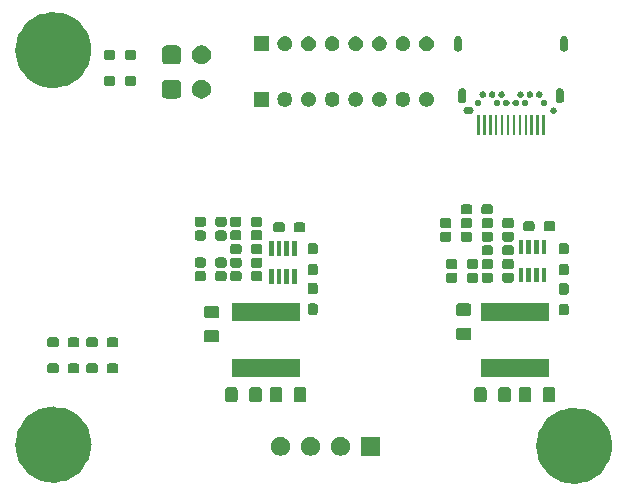
<source format=gbr>
G04 #@! TF.GenerationSoftware,KiCad,Pcbnew,(5.1.5)-3*
G04 #@! TF.CreationDate,2020-04-20T22:46:26+08:00*
G04 #@! TF.ProjectId,ptboard,7074626f-6172-4642-9e6b-696361645f70,rev?*
G04 #@! TF.SameCoordinates,PX2349340PY4b0dde0*
G04 #@! TF.FileFunction,Soldermask,Top*
G04 #@! TF.FilePolarity,Negative*
%FSLAX46Y46*%
G04 Gerber Fmt 4.6, Leading zero omitted, Abs format (unit mm)*
G04 Created by KiCad (PCBNEW (5.1.5)-3) date 2020-04-20 22:46:26*
%MOMM*%
%LPD*%
G04 APERTURE LIST*
%ADD10C,3.500000*%
%ADD11C,0.100000*%
G04 APERTURE END LIST*
D10*
X4450000Y36450000D02*
G75*
G03X4450000Y36450000I-1500000J0D01*
G01*
X4450000Y3050000D02*
G75*
G03X4450000Y3050000I-1500000J0D01*
G01*
X48550000Y2950000D02*
G75*
G03X48550000Y2950000I-1500000J0D01*
G01*
D11*
G36*
X22413351Y3669257D02*
G01*
X22558942Y3608951D01*
X22689970Y3521401D01*
X22801401Y3409970D01*
X22888951Y3278942D01*
X22949257Y3133351D01*
X22980000Y2978793D01*
X22980000Y2821207D01*
X22949257Y2666649D01*
X22888951Y2521058D01*
X22801401Y2390030D01*
X22689970Y2278599D01*
X22558942Y2191049D01*
X22413351Y2130743D01*
X22258793Y2100000D01*
X22101207Y2100000D01*
X21946649Y2130743D01*
X21801058Y2191049D01*
X21670030Y2278599D01*
X21558599Y2390030D01*
X21471049Y2521058D01*
X21410743Y2666649D01*
X21380000Y2821207D01*
X21380000Y2978793D01*
X21410743Y3133351D01*
X21471049Y3278942D01*
X21558599Y3409970D01*
X21670030Y3521401D01*
X21801058Y3608951D01*
X21946649Y3669257D01*
X22101207Y3700000D01*
X22258793Y3700000D01*
X22413351Y3669257D01*
G37*
G36*
X27493351Y3669257D02*
G01*
X27638942Y3608951D01*
X27769970Y3521401D01*
X27881401Y3409970D01*
X27968951Y3278942D01*
X28029257Y3133351D01*
X28060000Y2978793D01*
X28060000Y2821207D01*
X28029257Y2666649D01*
X27968951Y2521058D01*
X27881401Y2390030D01*
X27769970Y2278599D01*
X27638942Y2191049D01*
X27493351Y2130743D01*
X27338793Y2100000D01*
X27181207Y2100000D01*
X27026649Y2130743D01*
X26881058Y2191049D01*
X26750030Y2278599D01*
X26638599Y2390030D01*
X26551049Y2521058D01*
X26490743Y2666649D01*
X26460000Y2821207D01*
X26460000Y2978793D01*
X26490743Y3133351D01*
X26551049Y3278942D01*
X26638599Y3409970D01*
X26750030Y3521401D01*
X26881058Y3608951D01*
X27026649Y3669257D01*
X27181207Y3700000D01*
X27338793Y3700000D01*
X27493351Y3669257D01*
G37*
G36*
X30600000Y2100000D02*
G01*
X29000000Y2100000D01*
X29000000Y3700000D01*
X30600000Y3700000D01*
X30600000Y2100000D01*
G37*
G36*
X24953351Y3669257D02*
G01*
X25098942Y3608951D01*
X25229970Y3521401D01*
X25341401Y3409970D01*
X25428951Y3278942D01*
X25489257Y3133351D01*
X25520000Y2978793D01*
X25520000Y2821207D01*
X25489257Y2666649D01*
X25428951Y2521058D01*
X25341401Y2390030D01*
X25229970Y2278599D01*
X25098942Y2191049D01*
X24953351Y2130743D01*
X24798793Y2100000D01*
X24641207Y2100000D01*
X24486649Y2130743D01*
X24341058Y2191049D01*
X24210030Y2278599D01*
X24098599Y2390030D01*
X24011049Y2521058D01*
X23950743Y2666649D01*
X23920000Y2821207D01*
X23920000Y2978793D01*
X23950743Y3133351D01*
X24011049Y3278942D01*
X24098599Y3409970D01*
X24210030Y3521401D01*
X24341058Y3608951D01*
X24486649Y3669257D01*
X24641207Y3700000D01*
X24798793Y3700000D01*
X24953351Y3669257D01*
G37*
G36*
X18372620Y7915766D02*
G01*
X18412769Y7903587D01*
X18449767Y7883812D01*
X18482197Y7857197D01*
X18508812Y7824767D01*
X18528587Y7787769D01*
X18540766Y7747620D01*
X18545000Y7704638D01*
X18545000Y6835362D01*
X18540766Y6792380D01*
X18528587Y6752231D01*
X18508812Y6715233D01*
X18482197Y6682803D01*
X18449767Y6656188D01*
X18412769Y6636413D01*
X18372620Y6624234D01*
X18329638Y6620000D01*
X17710362Y6620000D01*
X17667380Y6624234D01*
X17627231Y6636413D01*
X17590233Y6656188D01*
X17557803Y6682803D01*
X17531188Y6715233D01*
X17511413Y6752231D01*
X17499234Y6792380D01*
X17495000Y6835362D01*
X17495000Y7704638D01*
X17499234Y7747620D01*
X17511413Y7787769D01*
X17531188Y7824767D01*
X17557803Y7857197D01*
X17590233Y7883812D01*
X17627231Y7903587D01*
X17667380Y7915766D01*
X17710362Y7920000D01*
X18329638Y7920000D01*
X18372620Y7915766D01*
G37*
G36*
X22147620Y7915766D02*
G01*
X22187769Y7903587D01*
X22224767Y7883812D01*
X22257197Y7857197D01*
X22283812Y7824767D01*
X22303587Y7787769D01*
X22315766Y7747620D01*
X22320000Y7704638D01*
X22320000Y6835362D01*
X22315766Y6792380D01*
X22303587Y6752231D01*
X22283812Y6715233D01*
X22257197Y6682803D01*
X22224767Y6656188D01*
X22187769Y6636413D01*
X22147620Y6624234D01*
X22104638Y6620000D01*
X21485362Y6620000D01*
X21442380Y6624234D01*
X21402231Y6636413D01*
X21365233Y6656188D01*
X21332803Y6682803D01*
X21306188Y6715233D01*
X21286413Y6752231D01*
X21274234Y6792380D01*
X21270000Y6835362D01*
X21270000Y7704638D01*
X21274234Y7747620D01*
X21286413Y7787769D01*
X21306188Y7824767D01*
X21332803Y7857197D01*
X21365233Y7883812D01*
X21402231Y7903587D01*
X21442380Y7915766D01*
X21485362Y7920000D01*
X22104638Y7920000D01*
X22147620Y7915766D01*
G37*
G36*
X24197620Y7915766D02*
G01*
X24237769Y7903587D01*
X24274767Y7883812D01*
X24307197Y7857197D01*
X24333812Y7824767D01*
X24353587Y7787769D01*
X24365766Y7747620D01*
X24370000Y7704638D01*
X24370000Y6835362D01*
X24365766Y6792380D01*
X24353587Y6752231D01*
X24333812Y6715233D01*
X24307197Y6682803D01*
X24274767Y6656188D01*
X24237769Y6636413D01*
X24197620Y6624234D01*
X24154638Y6620000D01*
X23535362Y6620000D01*
X23492380Y6624234D01*
X23452231Y6636413D01*
X23415233Y6656188D01*
X23382803Y6682803D01*
X23356188Y6715233D01*
X23336413Y6752231D01*
X23324234Y6792380D01*
X23320000Y6835362D01*
X23320000Y7704638D01*
X23324234Y7747620D01*
X23336413Y7787769D01*
X23356188Y7824767D01*
X23382803Y7857197D01*
X23415233Y7883812D01*
X23452231Y7903587D01*
X23492380Y7915766D01*
X23535362Y7920000D01*
X24154638Y7920000D01*
X24197620Y7915766D01*
G37*
G36*
X20422620Y7915766D02*
G01*
X20462769Y7903587D01*
X20499767Y7883812D01*
X20532197Y7857197D01*
X20558812Y7824767D01*
X20578587Y7787769D01*
X20590766Y7747620D01*
X20595000Y7704638D01*
X20595000Y6835362D01*
X20590766Y6792380D01*
X20578587Y6752231D01*
X20558812Y6715233D01*
X20532197Y6682803D01*
X20499767Y6656188D01*
X20462769Y6636413D01*
X20422620Y6624234D01*
X20379638Y6620000D01*
X19760362Y6620000D01*
X19717380Y6624234D01*
X19677231Y6636413D01*
X19640233Y6656188D01*
X19607803Y6682803D01*
X19581188Y6715233D01*
X19561413Y6752231D01*
X19549234Y6792380D01*
X19545000Y6835362D01*
X19545000Y7704638D01*
X19549234Y7747620D01*
X19561413Y7787769D01*
X19581188Y7824767D01*
X19607803Y7857197D01*
X19640233Y7883812D01*
X19677231Y7903587D01*
X19717380Y7915766D01*
X19760362Y7920000D01*
X20379638Y7920000D01*
X20422620Y7915766D01*
G37*
G36*
X41502620Y7915766D02*
G01*
X41542769Y7903587D01*
X41579767Y7883812D01*
X41612197Y7857197D01*
X41638812Y7824767D01*
X41658587Y7787769D01*
X41670766Y7747620D01*
X41675000Y7704638D01*
X41675000Y6835362D01*
X41670766Y6792380D01*
X41658587Y6752231D01*
X41638812Y6715233D01*
X41612197Y6682803D01*
X41579767Y6656188D01*
X41542769Y6636413D01*
X41502620Y6624234D01*
X41459638Y6620000D01*
X40840362Y6620000D01*
X40797380Y6624234D01*
X40757231Y6636413D01*
X40720233Y6656188D01*
X40687803Y6682803D01*
X40661188Y6715233D01*
X40641413Y6752231D01*
X40629234Y6792380D01*
X40625000Y6835362D01*
X40625000Y7704638D01*
X40629234Y7747620D01*
X40641413Y7787769D01*
X40661188Y7824767D01*
X40687803Y7857197D01*
X40720233Y7883812D01*
X40757231Y7903587D01*
X40797380Y7915766D01*
X40840362Y7920000D01*
X41459638Y7920000D01*
X41502620Y7915766D01*
G37*
G36*
X39452620Y7915766D02*
G01*
X39492769Y7903587D01*
X39529767Y7883812D01*
X39562197Y7857197D01*
X39588812Y7824767D01*
X39608587Y7787769D01*
X39620766Y7747620D01*
X39625000Y7704638D01*
X39625000Y6835362D01*
X39620766Y6792380D01*
X39608587Y6752231D01*
X39588812Y6715233D01*
X39562197Y6682803D01*
X39529767Y6656188D01*
X39492769Y6636413D01*
X39452620Y6624234D01*
X39409638Y6620000D01*
X38790362Y6620000D01*
X38747380Y6624234D01*
X38707231Y6636413D01*
X38670233Y6656188D01*
X38637803Y6682803D01*
X38611188Y6715233D01*
X38591413Y6752231D01*
X38579234Y6792380D01*
X38575000Y6835362D01*
X38575000Y7704638D01*
X38579234Y7747620D01*
X38591413Y7787769D01*
X38611188Y7824767D01*
X38637803Y7857197D01*
X38670233Y7883812D01*
X38707231Y7903587D01*
X38747380Y7915766D01*
X38790362Y7920000D01*
X39409638Y7920000D01*
X39452620Y7915766D01*
G37*
G36*
X45277620Y7915766D02*
G01*
X45317769Y7903587D01*
X45354767Y7883812D01*
X45387197Y7857197D01*
X45413812Y7824767D01*
X45433587Y7787769D01*
X45445766Y7747620D01*
X45450000Y7704638D01*
X45450000Y6835362D01*
X45445766Y6792380D01*
X45433587Y6752231D01*
X45413812Y6715233D01*
X45387197Y6682803D01*
X45354767Y6656188D01*
X45317769Y6636413D01*
X45277620Y6624234D01*
X45234638Y6620000D01*
X44615362Y6620000D01*
X44572380Y6624234D01*
X44532231Y6636413D01*
X44495233Y6656188D01*
X44462803Y6682803D01*
X44436188Y6715233D01*
X44416413Y6752231D01*
X44404234Y6792380D01*
X44400000Y6835362D01*
X44400000Y7704638D01*
X44404234Y7747620D01*
X44416413Y7787769D01*
X44436188Y7824767D01*
X44462803Y7857197D01*
X44495233Y7883812D01*
X44532231Y7903587D01*
X44572380Y7915766D01*
X44615362Y7920000D01*
X45234638Y7920000D01*
X45277620Y7915766D01*
G37*
G36*
X43227620Y7915766D02*
G01*
X43267769Y7903587D01*
X43304767Y7883812D01*
X43337197Y7857197D01*
X43363812Y7824767D01*
X43383587Y7787769D01*
X43395766Y7747620D01*
X43400000Y7704638D01*
X43400000Y6835362D01*
X43395766Y6792380D01*
X43383587Y6752231D01*
X43363812Y6715233D01*
X43337197Y6682803D01*
X43304767Y6656188D01*
X43267769Y6636413D01*
X43227620Y6624234D01*
X43184638Y6620000D01*
X42565362Y6620000D01*
X42522380Y6624234D01*
X42482231Y6636413D01*
X42445233Y6656188D01*
X42412803Y6682803D01*
X42386188Y6715233D01*
X42366413Y6752231D01*
X42354234Y6792380D01*
X42350000Y6835362D01*
X42350000Y7704638D01*
X42354234Y7747620D01*
X42366413Y7787769D01*
X42386188Y7824767D01*
X42412803Y7857197D01*
X42445233Y7883812D01*
X42482231Y7903587D01*
X42522380Y7915766D01*
X42565362Y7920000D01*
X43184638Y7920000D01*
X43227620Y7915766D01*
G37*
G36*
X44925000Y8800000D02*
G01*
X39125000Y8800000D01*
X39125000Y10300000D01*
X44925000Y10300000D01*
X44925000Y8800000D01*
G37*
G36*
X23845000Y8800000D02*
G01*
X18045000Y8800000D01*
X18045000Y10300000D01*
X23845000Y10300000D01*
X23845000Y8800000D01*
G37*
G36*
X6538998Y9921038D02*
G01*
X6576490Y9909665D01*
X6611045Y9891195D01*
X6641335Y9866335D01*
X6666195Y9836045D01*
X6684665Y9801490D01*
X6696038Y9763998D01*
X6700000Y9723768D01*
X6700000Y9276232D01*
X6696038Y9236002D01*
X6684665Y9198510D01*
X6666195Y9163955D01*
X6641335Y9133665D01*
X6611045Y9108805D01*
X6576490Y9090335D01*
X6538998Y9078962D01*
X6498768Y9075000D01*
X5951232Y9075000D01*
X5911002Y9078962D01*
X5873510Y9090335D01*
X5838955Y9108805D01*
X5808665Y9133665D01*
X5783805Y9163955D01*
X5765335Y9198510D01*
X5753962Y9236002D01*
X5750000Y9276232D01*
X5750000Y9723768D01*
X5753962Y9763998D01*
X5765335Y9801490D01*
X5783805Y9836045D01*
X5808665Y9866335D01*
X5838955Y9891195D01*
X5873510Y9909665D01*
X5911002Y9921038D01*
X5951232Y9925000D01*
X6498768Y9925000D01*
X6538998Y9921038D01*
G37*
G36*
X4988998Y9921038D02*
G01*
X5026490Y9909665D01*
X5061045Y9891195D01*
X5091335Y9866335D01*
X5116195Y9836045D01*
X5134665Y9801490D01*
X5146038Y9763998D01*
X5150000Y9723768D01*
X5150000Y9276232D01*
X5146038Y9236002D01*
X5134665Y9198510D01*
X5116195Y9163955D01*
X5091335Y9133665D01*
X5061045Y9108805D01*
X5026490Y9090335D01*
X4988998Y9078962D01*
X4948768Y9075000D01*
X4401232Y9075000D01*
X4361002Y9078962D01*
X4323510Y9090335D01*
X4288955Y9108805D01*
X4258665Y9133665D01*
X4233805Y9163955D01*
X4215335Y9198510D01*
X4203962Y9236002D01*
X4200000Y9276232D01*
X4200000Y9723768D01*
X4203962Y9763998D01*
X4215335Y9801490D01*
X4233805Y9836045D01*
X4258665Y9866335D01*
X4288955Y9891195D01*
X4323510Y9909665D01*
X4361002Y9921038D01*
X4401232Y9925000D01*
X4948768Y9925000D01*
X4988998Y9921038D01*
G37*
G36*
X3238998Y9921038D02*
G01*
X3276490Y9909665D01*
X3311045Y9891195D01*
X3341335Y9866335D01*
X3366195Y9836045D01*
X3384665Y9801490D01*
X3396038Y9763998D01*
X3400000Y9723768D01*
X3400000Y9276232D01*
X3396038Y9236002D01*
X3384665Y9198510D01*
X3366195Y9163955D01*
X3341335Y9133665D01*
X3311045Y9108805D01*
X3276490Y9090335D01*
X3238998Y9078962D01*
X3198768Y9075000D01*
X2651232Y9075000D01*
X2611002Y9078962D01*
X2573510Y9090335D01*
X2538955Y9108805D01*
X2508665Y9133665D01*
X2483805Y9163955D01*
X2465335Y9198510D01*
X2453962Y9236002D01*
X2450000Y9276232D01*
X2450000Y9723768D01*
X2453962Y9763998D01*
X2465335Y9801490D01*
X2483805Y9836045D01*
X2508665Y9866335D01*
X2538955Y9891195D01*
X2573510Y9909665D01*
X2611002Y9921038D01*
X2651232Y9925000D01*
X3198768Y9925000D01*
X3238998Y9921038D01*
G37*
G36*
X8288998Y9921038D02*
G01*
X8326490Y9909665D01*
X8361045Y9891195D01*
X8391335Y9866335D01*
X8416195Y9836045D01*
X8434665Y9801490D01*
X8446038Y9763998D01*
X8450000Y9723768D01*
X8450000Y9276232D01*
X8446038Y9236002D01*
X8434665Y9198510D01*
X8416195Y9163955D01*
X8391335Y9133665D01*
X8361045Y9108805D01*
X8326490Y9090335D01*
X8288998Y9078962D01*
X8248768Y9075000D01*
X7701232Y9075000D01*
X7661002Y9078962D01*
X7623510Y9090335D01*
X7588955Y9108805D01*
X7558665Y9133665D01*
X7533805Y9163955D01*
X7515335Y9198510D01*
X7503962Y9236002D01*
X7500000Y9276232D01*
X7500000Y9723768D01*
X7503962Y9763998D01*
X7515335Y9801490D01*
X7533805Y9836045D01*
X7558665Y9866335D01*
X7588955Y9891195D01*
X7623510Y9909665D01*
X7661002Y9921038D01*
X7701232Y9925000D01*
X8248768Y9925000D01*
X8288998Y9921038D01*
G37*
G36*
X4988998Y12121038D02*
G01*
X5026490Y12109665D01*
X5061045Y12091195D01*
X5091335Y12066335D01*
X5116195Y12036045D01*
X5134665Y12001490D01*
X5146038Y11963998D01*
X5150000Y11923768D01*
X5150000Y11476232D01*
X5146038Y11436002D01*
X5134665Y11398510D01*
X5116195Y11363955D01*
X5091335Y11333665D01*
X5061045Y11308805D01*
X5026490Y11290335D01*
X4988998Y11278962D01*
X4948768Y11275000D01*
X4401232Y11275000D01*
X4361002Y11278962D01*
X4323510Y11290335D01*
X4288955Y11308805D01*
X4258665Y11333665D01*
X4233805Y11363955D01*
X4215335Y11398510D01*
X4203962Y11436002D01*
X4200000Y11476232D01*
X4200000Y11923768D01*
X4203962Y11963998D01*
X4215335Y12001490D01*
X4233805Y12036045D01*
X4258665Y12066335D01*
X4288955Y12091195D01*
X4323510Y12109665D01*
X4361002Y12121038D01*
X4401232Y12125000D01*
X4948768Y12125000D01*
X4988998Y12121038D01*
G37*
G36*
X6538998Y12121038D02*
G01*
X6576490Y12109665D01*
X6611045Y12091195D01*
X6641335Y12066335D01*
X6666195Y12036045D01*
X6684665Y12001490D01*
X6696038Y11963998D01*
X6700000Y11923768D01*
X6700000Y11476232D01*
X6696038Y11436002D01*
X6684665Y11398510D01*
X6666195Y11363955D01*
X6641335Y11333665D01*
X6611045Y11308805D01*
X6576490Y11290335D01*
X6538998Y11278962D01*
X6498768Y11275000D01*
X5951232Y11275000D01*
X5911002Y11278962D01*
X5873510Y11290335D01*
X5838955Y11308805D01*
X5808665Y11333665D01*
X5783805Y11363955D01*
X5765335Y11398510D01*
X5753962Y11436002D01*
X5750000Y11476232D01*
X5750000Y11923768D01*
X5753962Y11963998D01*
X5765335Y12001490D01*
X5783805Y12036045D01*
X5808665Y12066335D01*
X5838955Y12091195D01*
X5873510Y12109665D01*
X5911002Y12121038D01*
X5951232Y12125000D01*
X6498768Y12125000D01*
X6538998Y12121038D01*
G37*
G36*
X8288998Y12121038D02*
G01*
X8326490Y12109665D01*
X8361045Y12091195D01*
X8391335Y12066335D01*
X8416195Y12036045D01*
X8434665Y12001490D01*
X8446038Y11963998D01*
X8450000Y11923768D01*
X8450000Y11476232D01*
X8446038Y11436002D01*
X8434665Y11398510D01*
X8416195Y11363955D01*
X8391335Y11333665D01*
X8361045Y11308805D01*
X8326490Y11290335D01*
X8288998Y11278962D01*
X8248768Y11275000D01*
X7701232Y11275000D01*
X7661002Y11278962D01*
X7623510Y11290335D01*
X7588955Y11308805D01*
X7558665Y11333665D01*
X7533805Y11363955D01*
X7515335Y11398510D01*
X7503962Y11436002D01*
X7500000Y11476232D01*
X7500000Y11923768D01*
X7503962Y11963998D01*
X7515335Y12001490D01*
X7533805Y12036045D01*
X7558665Y12066335D01*
X7588955Y12091195D01*
X7623510Y12109665D01*
X7661002Y12121038D01*
X7701232Y12125000D01*
X8248768Y12125000D01*
X8288998Y12121038D01*
G37*
G36*
X3238998Y12121038D02*
G01*
X3276490Y12109665D01*
X3311045Y12091195D01*
X3341335Y12066335D01*
X3366195Y12036045D01*
X3384665Y12001490D01*
X3396038Y11963998D01*
X3400000Y11923768D01*
X3400000Y11476232D01*
X3396038Y11436002D01*
X3384665Y11398510D01*
X3366195Y11363955D01*
X3341335Y11333665D01*
X3311045Y11308805D01*
X3276490Y11290335D01*
X3238998Y11278962D01*
X3198768Y11275000D01*
X2651232Y11275000D01*
X2611002Y11278962D01*
X2573510Y11290335D01*
X2538955Y11308805D01*
X2508665Y11333665D01*
X2483805Y11363955D01*
X2465335Y11398510D01*
X2453962Y11436002D01*
X2450000Y11476232D01*
X2450000Y11923768D01*
X2453962Y11963998D01*
X2465335Y12001490D01*
X2483805Y12036045D01*
X2508665Y12066335D01*
X2538955Y12091195D01*
X2573510Y12109665D01*
X2611002Y12121038D01*
X2651232Y12125000D01*
X3198768Y12125000D01*
X3238998Y12121038D01*
G37*
G36*
X16827620Y12745766D02*
G01*
X16867769Y12733587D01*
X16904767Y12713812D01*
X16937197Y12687197D01*
X16963812Y12654767D01*
X16983587Y12617769D01*
X16995766Y12577620D01*
X17000000Y12534638D01*
X17000000Y11915362D01*
X16995766Y11872380D01*
X16983587Y11832231D01*
X16963812Y11795233D01*
X16937197Y11762803D01*
X16904767Y11736188D01*
X16867769Y11716413D01*
X16827620Y11704234D01*
X16784638Y11700000D01*
X15915362Y11700000D01*
X15872380Y11704234D01*
X15832231Y11716413D01*
X15795233Y11736188D01*
X15762803Y11762803D01*
X15736188Y11795233D01*
X15716413Y11832231D01*
X15704234Y11872380D01*
X15700000Y11915362D01*
X15700000Y12534638D01*
X15704234Y12577620D01*
X15716413Y12617769D01*
X15736188Y12654767D01*
X15762803Y12687197D01*
X15795233Y12713812D01*
X15832231Y12733587D01*
X15872380Y12745766D01*
X15915362Y12750000D01*
X16784638Y12750000D01*
X16827620Y12745766D01*
G37*
G36*
X38177620Y12950766D02*
G01*
X38217769Y12938587D01*
X38254767Y12918812D01*
X38287197Y12892197D01*
X38313812Y12859767D01*
X38333587Y12822769D01*
X38345766Y12782620D01*
X38350000Y12739638D01*
X38350000Y12120362D01*
X38345766Y12077380D01*
X38333587Y12037231D01*
X38313812Y12000233D01*
X38287197Y11967803D01*
X38254767Y11941188D01*
X38217769Y11921413D01*
X38177620Y11909234D01*
X38134638Y11905000D01*
X37265362Y11905000D01*
X37222380Y11909234D01*
X37182231Y11921413D01*
X37145233Y11941188D01*
X37112803Y11967803D01*
X37086188Y12000233D01*
X37066413Y12037231D01*
X37054234Y12077380D01*
X37050000Y12120362D01*
X37050000Y12739638D01*
X37054234Y12782620D01*
X37066413Y12822769D01*
X37086188Y12859767D01*
X37112803Y12892197D01*
X37145233Y12918812D01*
X37182231Y12938587D01*
X37222380Y12950766D01*
X37265362Y12955000D01*
X38134638Y12955000D01*
X38177620Y12950766D01*
G37*
G36*
X23845000Y13500000D02*
G01*
X18045000Y13500000D01*
X18045000Y15000000D01*
X23845000Y15000000D01*
X23845000Y13500000D01*
G37*
G36*
X44925000Y13500000D02*
G01*
X39125000Y13500000D01*
X39125000Y15000000D01*
X44925000Y15000000D01*
X44925000Y13500000D01*
G37*
G36*
X16827620Y14795766D02*
G01*
X16867769Y14783587D01*
X16904767Y14763812D01*
X16937197Y14737197D01*
X16963812Y14704767D01*
X16983587Y14667769D01*
X16995766Y14627620D01*
X17000000Y14584638D01*
X17000000Y13965362D01*
X16995766Y13922380D01*
X16983587Y13882231D01*
X16963812Y13845233D01*
X16937197Y13812803D01*
X16904767Y13786188D01*
X16867769Y13766413D01*
X16827620Y13754234D01*
X16784638Y13750000D01*
X15915362Y13750000D01*
X15872380Y13754234D01*
X15832231Y13766413D01*
X15795233Y13786188D01*
X15762803Y13812803D01*
X15736188Y13845233D01*
X15716413Y13882231D01*
X15704234Y13922380D01*
X15700000Y13965362D01*
X15700000Y14584638D01*
X15704234Y14627620D01*
X15716413Y14667769D01*
X15736188Y14704767D01*
X15762803Y14737197D01*
X15795233Y14763812D01*
X15832231Y14783587D01*
X15872380Y14795766D01*
X15915362Y14800000D01*
X16784638Y14800000D01*
X16827620Y14795766D01*
G37*
G36*
X38177620Y15000766D02*
G01*
X38217769Y14988587D01*
X38254767Y14968812D01*
X38287197Y14942197D01*
X38313812Y14909767D01*
X38333587Y14872769D01*
X38345766Y14832620D01*
X38350000Y14789638D01*
X38350000Y14170362D01*
X38345766Y14127380D01*
X38333587Y14087231D01*
X38313812Y14050233D01*
X38287197Y14017803D01*
X38254767Y13991188D01*
X38217769Y13971413D01*
X38177620Y13959234D01*
X38134638Y13955000D01*
X37265362Y13955000D01*
X37222380Y13959234D01*
X37182231Y13971413D01*
X37145233Y13991188D01*
X37112803Y14017803D01*
X37086188Y14050233D01*
X37066413Y14087231D01*
X37054234Y14127380D01*
X37050000Y14170362D01*
X37050000Y14789638D01*
X37054234Y14832620D01*
X37066413Y14872769D01*
X37086188Y14909767D01*
X37112803Y14942197D01*
X37145233Y14968812D01*
X37182231Y14988587D01*
X37222380Y15000766D01*
X37265362Y15005000D01*
X38134638Y15005000D01*
X38177620Y15000766D01*
G37*
G36*
X46413998Y14946038D02*
G01*
X46451490Y14934665D01*
X46486045Y14916195D01*
X46516335Y14891335D01*
X46541195Y14861045D01*
X46559665Y14826490D01*
X46571038Y14788998D01*
X46575000Y14748768D01*
X46575000Y14201232D01*
X46571038Y14161002D01*
X46559665Y14123510D01*
X46541195Y14088955D01*
X46516335Y14058665D01*
X46486045Y14033805D01*
X46451490Y14015335D01*
X46413998Y14003962D01*
X46373768Y14000000D01*
X45926232Y14000000D01*
X45886002Y14003962D01*
X45848510Y14015335D01*
X45813955Y14033805D01*
X45783665Y14058665D01*
X45758805Y14088955D01*
X45740335Y14123510D01*
X45728962Y14161002D01*
X45725000Y14201232D01*
X45725000Y14748768D01*
X45728962Y14788998D01*
X45740335Y14826490D01*
X45758805Y14861045D01*
X45783665Y14891335D01*
X45813955Y14916195D01*
X45848510Y14934665D01*
X45886002Y14946038D01*
X45926232Y14950000D01*
X46373768Y14950000D01*
X46413998Y14946038D01*
G37*
G36*
X25163998Y14996038D02*
G01*
X25201490Y14984665D01*
X25236045Y14966195D01*
X25266335Y14941335D01*
X25291195Y14911045D01*
X25309665Y14876490D01*
X25321038Y14838998D01*
X25325000Y14798768D01*
X25325000Y14251232D01*
X25321038Y14211002D01*
X25309665Y14173510D01*
X25291195Y14138955D01*
X25266335Y14108665D01*
X25236045Y14083805D01*
X25201490Y14065335D01*
X25163998Y14053962D01*
X25123768Y14050000D01*
X24676232Y14050000D01*
X24636002Y14053962D01*
X24598510Y14065335D01*
X24563955Y14083805D01*
X24533665Y14108665D01*
X24508805Y14138955D01*
X24490335Y14173510D01*
X24478962Y14211002D01*
X24475000Y14251232D01*
X24475000Y14798768D01*
X24478962Y14838998D01*
X24490335Y14876490D01*
X24508805Y14911045D01*
X24533665Y14941335D01*
X24563955Y14966195D01*
X24598510Y14984665D01*
X24636002Y14996038D01*
X24676232Y15000000D01*
X25123768Y15000000D01*
X25163998Y14996038D01*
G37*
G36*
X46413998Y16696038D02*
G01*
X46451490Y16684665D01*
X46486045Y16666195D01*
X46516335Y16641335D01*
X46541195Y16611045D01*
X46559665Y16576490D01*
X46571038Y16538998D01*
X46575000Y16498768D01*
X46575000Y15951232D01*
X46571038Y15911002D01*
X46559665Y15873510D01*
X46541195Y15838955D01*
X46516335Y15808665D01*
X46486045Y15783805D01*
X46451490Y15765335D01*
X46413998Y15753962D01*
X46373768Y15750000D01*
X45926232Y15750000D01*
X45886002Y15753962D01*
X45848510Y15765335D01*
X45813955Y15783805D01*
X45783665Y15808665D01*
X45758805Y15838955D01*
X45740335Y15873510D01*
X45728962Y15911002D01*
X45725000Y15951232D01*
X45725000Y16498768D01*
X45728962Y16538998D01*
X45740335Y16576490D01*
X45758805Y16611045D01*
X45783665Y16641335D01*
X45813955Y16666195D01*
X45848510Y16684665D01*
X45886002Y16696038D01*
X45926232Y16700000D01*
X46373768Y16700000D01*
X46413998Y16696038D01*
G37*
G36*
X25163998Y16746038D02*
G01*
X25201490Y16734665D01*
X25236045Y16716195D01*
X25266335Y16691335D01*
X25291195Y16661045D01*
X25309665Y16626490D01*
X25321038Y16588998D01*
X25325000Y16548768D01*
X25325000Y16001232D01*
X25321038Y15961002D01*
X25309665Y15923510D01*
X25291195Y15888955D01*
X25266335Y15858665D01*
X25236045Y15833805D01*
X25201490Y15815335D01*
X25163998Y15803962D01*
X25123768Y15800000D01*
X24676232Y15800000D01*
X24636002Y15803962D01*
X24598510Y15815335D01*
X24563955Y15833805D01*
X24533665Y15858665D01*
X24508805Y15888955D01*
X24490335Y15923510D01*
X24478962Y15961002D01*
X24475000Y16001232D01*
X24475000Y16548768D01*
X24478962Y16588998D01*
X24490335Y16626490D01*
X24508805Y16661045D01*
X24533665Y16691335D01*
X24563955Y16716195D01*
X24598510Y16734665D01*
X24636002Y16746038D01*
X24676232Y16750000D01*
X25123768Y16750000D01*
X25163998Y16746038D01*
G37*
G36*
X22900000Y16680000D02*
G01*
X22510000Y16680000D01*
X22510000Y17920000D01*
X22900000Y17920000D01*
X22900000Y16680000D01*
G37*
G36*
X23550000Y16680000D02*
G01*
X23160000Y16680000D01*
X23160000Y17920000D01*
X23550000Y17920000D01*
X23550000Y16680000D01*
G37*
G36*
X22250000Y16680000D02*
G01*
X21860000Y16680000D01*
X21860000Y17920000D01*
X22250000Y17920000D01*
X22250000Y16680000D01*
G37*
G36*
X21600000Y16680000D02*
G01*
X21210000Y16680000D01*
X21210000Y17920000D01*
X21600000Y17920000D01*
X21600000Y16680000D01*
G37*
G36*
X36998998Y17606038D02*
G01*
X37036490Y17594665D01*
X37071045Y17576195D01*
X37101335Y17551335D01*
X37126195Y17521045D01*
X37144665Y17486490D01*
X37156038Y17448998D01*
X37160000Y17408768D01*
X37160000Y16961232D01*
X37156038Y16921002D01*
X37144665Y16883510D01*
X37126195Y16848955D01*
X37101335Y16818665D01*
X37071045Y16793805D01*
X37036490Y16775335D01*
X36998998Y16763962D01*
X36958768Y16760000D01*
X36411232Y16760000D01*
X36371002Y16763962D01*
X36333510Y16775335D01*
X36298955Y16793805D01*
X36268665Y16818665D01*
X36243805Y16848955D01*
X36225335Y16883510D01*
X36213962Y16921002D01*
X36210000Y16961232D01*
X36210000Y17408768D01*
X36213962Y17448998D01*
X36225335Y17486490D01*
X36243805Y17521045D01*
X36268665Y17551335D01*
X36298955Y17576195D01*
X36333510Y17594665D01*
X36371002Y17606038D01*
X36411232Y17610000D01*
X36958768Y17610000D01*
X36998998Y17606038D01*
G37*
G36*
X38748998Y17606038D02*
G01*
X38786490Y17594665D01*
X38821045Y17576195D01*
X38851335Y17551335D01*
X38876195Y17521045D01*
X38894665Y17486490D01*
X38906038Y17448998D01*
X38910000Y17408768D01*
X38910000Y16961232D01*
X38906038Y16921002D01*
X38894665Y16883510D01*
X38876195Y16848955D01*
X38851335Y16818665D01*
X38821045Y16793805D01*
X38786490Y16775335D01*
X38748998Y16763962D01*
X38708768Y16760000D01*
X38161232Y16760000D01*
X38121002Y16763962D01*
X38083510Y16775335D01*
X38048955Y16793805D01*
X38018665Y16818665D01*
X37993805Y16848955D01*
X37975335Y16883510D01*
X37963962Y16921002D01*
X37960000Y16961232D01*
X37960000Y17408768D01*
X37963962Y17448998D01*
X37975335Y17486490D01*
X37993805Y17521045D01*
X38018665Y17551335D01*
X38048955Y17576195D01*
X38083510Y17594665D01*
X38121002Y17606038D01*
X38161232Y17610000D01*
X38708768Y17610000D01*
X38748998Y17606038D01*
G37*
G36*
X41753998Y17616038D02*
G01*
X41791490Y17604665D01*
X41826045Y17586195D01*
X41856335Y17561335D01*
X41881195Y17531045D01*
X41899665Y17496490D01*
X41911038Y17458998D01*
X41915000Y17418768D01*
X41915000Y16971232D01*
X41911038Y16931002D01*
X41899665Y16893510D01*
X41881195Y16858955D01*
X41856335Y16828665D01*
X41826045Y16803805D01*
X41791490Y16785335D01*
X41753998Y16773962D01*
X41713768Y16770000D01*
X41166232Y16770000D01*
X41126002Y16773962D01*
X41088510Y16785335D01*
X41053955Y16803805D01*
X41023665Y16828665D01*
X40998805Y16858955D01*
X40980335Y16893510D01*
X40968962Y16931002D01*
X40965000Y16971232D01*
X40965000Y17418768D01*
X40968962Y17458998D01*
X40980335Y17496490D01*
X40998805Y17531045D01*
X41023665Y17561335D01*
X41053955Y17586195D01*
X41088510Y17604665D01*
X41126002Y17616038D01*
X41166232Y17620000D01*
X41713768Y17620000D01*
X41753998Y17616038D01*
G37*
G36*
X40003998Y17616038D02*
G01*
X40041490Y17604665D01*
X40076045Y17586195D01*
X40106335Y17561335D01*
X40131195Y17531045D01*
X40149665Y17496490D01*
X40161038Y17458998D01*
X40165000Y17418768D01*
X40165000Y16971232D01*
X40161038Y16931002D01*
X40149665Y16893510D01*
X40131195Y16858955D01*
X40106335Y16828665D01*
X40076045Y16803805D01*
X40041490Y16785335D01*
X40003998Y16773962D01*
X39963768Y16770000D01*
X39416232Y16770000D01*
X39376002Y16773962D01*
X39338510Y16785335D01*
X39303955Y16803805D01*
X39273665Y16828665D01*
X39248805Y16858955D01*
X39230335Y16893510D01*
X39218962Y16931002D01*
X39215000Y16971232D01*
X39215000Y17418768D01*
X39218962Y17458998D01*
X39230335Y17496490D01*
X39248805Y17531045D01*
X39273665Y17561335D01*
X39303955Y17586195D01*
X39338510Y17604665D01*
X39376002Y17616038D01*
X39416232Y17620000D01*
X39963768Y17620000D01*
X40003998Y17616038D01*
G37*
G36*
X42750000Y16795000D02*
G01*
X42360000Y16795000D01*
X42360000Y18035000D01*
X42750000Y18035000D01*
X42750000Y16795000D01*
G37*
G36*
X44700000Y16795000D02*
G01*
X44310000Y16795000D01*
X44310000Y18035000D01*
X44700000Y18035000D01*
X44700000Y16795000D01*
G37*
G36*
X44050000Y16795000D02*
G01*
X43660000Y16795000D01*
X43660000Y18035000D01*
X44050000Y18035000D01*
X44050000Y16795000D01*
G37*
G36*
X43400000Y16795000D02*
G01*
X43010000Y16795000D01*
X43010000Y18035000D01*
X43400000Y18035000D01*
X43400000Y16795000D01*
G37*
G36*
X15703998Y17741038D02*
G01*
X15741490Y17729665D01*
X15776045Y17711195D01*
X15806335Y17686335D01*
X15831195Y17656045D01*
X15849665Y17621490D01*
X15861038Y17583998D01*
X15865000Y17543768D01*
X15865000Y17096232D01*
X15861038Y17056002D01*
X15849665Y17018510D01*
X15831195Y16983955D01*
X15806335Y16953665D01*
X15776045Y16928805D01*
X15741490Y16910335D01*
X15703998Y16898962D01*
X15663768Y16895000D01*
X15116232Y16895000D01*
X15076002Y16898962D01*
X15038510Y16910335D01*
X15003955Y16928805D01*
X14973665Y16953665D01*
X14948805Y16983955D01*
X14930335Y17018510D01*
X14918962Y17056002D01*
X14915000Y17096232D01*
X14915000Y17543768D01*
X14918962Y17583998D01*
X14930335Y17621490D01*
X14948805Y17656045D01*
X14973665Y17686335D01*
X15003955Y17711195D01*
X15038510Y17729665D01*
X15076002Y17741038D01*
X15116232Y17745000D01*
X15663768Y17745000D01*
X15703998Y17741038D01*
G37*
G36*
X17453998Y17741038D02*
G01*
X17491490Y17729665D01*
X17526045Y17711195D01*
X17556335Y17686335D01*
X17581195Y17656045D01*
X17599665Y17621490D01*
X17611038Y17583998D01*
X17615000Y17543768D01*
X17615000Y17096232D01*
X17611038Y17056002D01*
X17599665Y17018510D01*
X17581195Y16983955D01*
X17556335Y16953665D01*
X17526045Y16928805D01*
X17491490Y16910335D01*
X17453998Y16898962D01*
X17413768Y16895000D01*
X16866232Y16895000D01*
X16826002Y16898962D01*
X16788510Y16910335D01*
X16753955Y16928805D01*
X16723665Y16953665D01*
X16698805Y16983955D01*
X16680335Y17018510D01*
X16668962Y17056002D01*
X16665000Y17096232D01*
X16665000Y17543768D01*
X16668962Y17583998D01*
X16680335Y17621490D01*
X16698805Y17656045D01*
X16723665Y17686335D01*
X16753955Y17711195D01*
X16788510Y17729665D01*
X16826002Y17741038D01*
X16866232Y17745000D01*
X17413768Y17745000D01*
X17453998Y17741038D01*
G37*
G36*
X20473998Y17741038D02*
G01*
X20511490Y17729665D01*
X20546045Y17711195D01*
X20576335Y17686335D01*
X20601195Y17656045D01*
X20619665Y17621490D01*
X20631038Y17583998D01*
X20635000Y17543768D01*
X20635000Y17096232D01*
X20631038Y17056002D01*
X20619665Y17018510D01*
X20601195Y16983955D01*
X20576335Y16953665D01*
X20546045Y16928805D01*
X20511490Y16910335D01*
X20473998Y16898962D01*
X20433768Y16895000D01*
X19886232Y16895000D01*
X19846002Y16898962D01*
X19808510Y16910335D01*
X19773955Y16928805D01*
X19743665Y16953665D01*
X19718805Y16983955D01*
X19700335Y17018510D01*
X19688962Y17056002D01*
X19685000Y17096232D01*
X19685000Y17543768D01*
X19688962Y17583998D01*
X19700335Y17621490D01*
X19718805Y17656045D01*
X19743665Y17686335D01*
X19773955Y17711195D01*
X19808510Y17729665D01*
X19846002Y17741038D01*
X19886232Y17745000D01*
X20433768Y17745000D01*
X20473998Y17741038D01*
G37*
G36*
X18723998Y17741038D02*
G01*
X18761490Y17729665D01*
X18796045Y17711195D01*
X18826335Y17686335D01*
X18851195Y17656045D01*
X18869665Y17621490D01*
X18881038Y17583998D01*
X18885000Y17543768D01*
X18885000Y17096232D01*
X18881038Y17056002D01*
X18869665Y17018510D01*
X18851195Y16983955D01*
X18826335Y16953665D01*
X18796045Y16928805D01*
X18761490Y16910335D01*
X18723998Y16898962D01*
X18683768Y16895000D01*
X18136232Y16895000D01*
X18096002Y16898962D01*
X18058510Y16910335D01*
X18023955Y16928805D01*
X17993665Y16953665D01*
X17968805Y16983955D01*
X17950335Y17018510D01*
X17938962Y17056002D01*
X17935000Y17096232D01*
X17935000Y17543768D01*
X17938962Y17583998D01*
X17950335Y17621490D01*
X17968805Y17656045D01*
X17993665Y17686335D01*
X18023955Y17711195D01*
X18058510Y17729665D01*
X18096002Y17741038D01*
X18136232Y17745000D01*
X18683768Y17745000D01*
X18723998Y17741038D01*
G37*
G36*
X25163998Y18346038D02*
G01*
X25201490Y18334665D01*
X25236045Y18316195D01*
X25266335Y18291335D01*
X25291195Y18261045D01*
X25309665Y18226490D01*
X25321038Y18188998D01*
X25325000Y18148768D01*
X25325000Y17601232D01*
X25321038Y17561002D01*
X25309665Y17523510D01*
X25291195Y17488955D01*
X25266335Y17458665D01*
X25236045Y17433805D01*
X25201490Y17415335D01*
X25163998Y17403962D01*
X25123768Y17400000D01*
X24676232Y17400000D01*
X24636002Y17403962D01*
X24598510Y17415335D01*
X24563955Y17433805D01*
X24533665Y17458665D01*
X24508805Y17488955D01*
X24490335Y17523510D01*
X24478962Y17561002D01*
X24475000Y17601232D01*
X24475000Y18148768D01*
X24478962Y18188998D01*
X24490335Y18226490D01*
X24508805Y18261045D01*
X24533665Y18291335D01*
X24563955Y18316195D01*
X24598510Y18334665D01*
X24636002Y18346038D01*
X24676232Y18350000D01*
X25123768Y18350000D01*
X25163998Y18346038D01*
G37*
G36*
X46413998Y18346038D02*
G01*
X46451490Y18334665D01*
X46486045Y18316195D01*
X46516335Y18291335D01*
X46541195Y18261045D01*
X46559665Y18226490D01*
X46571038Y18188998D01*
X46575000Y18148768D01*
X46575000Y17601232D01*
X46571038Y17561002D01*
X46559665Y17523510D01*
X46541195Y17488955D01*
X46516335Y17458665D01*
X46486045Y17433805D01*
X46451490Y17415335D01*
X46413998Y17403962D01*
X46373768Y17400000D01*
X45926232Y17400000D01*
X45886002Y17403962D01*
X45848510Y17415335D01*
X45813955Y17433805D01*
X45783665Y17458665D01*
X45758805Y17488955D01*
X45740335Y17523510D01*
X45728962Y17561002D01*
X45725000Y17601232D01*
X45725000Y18148768D01*
X45728962Y18188998D01*
X45740335Y18226490D01*
X45758805Y18261045D01*
X45783665Y18291335D01*
X45813955Y18316195D01*
X45848510Y18334665D01*
X45886002Y18346038D01*
X45926232Y18350000D01*
X46373768Y18350000D01*
X46413998Y18346038D01*
G37*
G36*
X38748998Y18761038D02*
G01*
X38786490Y18749665D01*
X38821045Y18731195D01*
X38851335Y18706335D01*
X38876195Y18676045D01*
X38894665Y18641490D01*
X38906038Y18603998D01*
X38910000Y18563768D01*
X38910000Y18116232D01*
X38906038Y18076002D01*
X38894665Y18038510D01*
X38876195Y18003955D01*
X38851335Y17973665D01*
X38821045Y17948805D01*
X38786490Y17930335D01*
X38748998Y17918962D01*
X38708768Y17915000D01*
X38161232Y17915000D01*
X38121002Y17918962D01*
X38083510Y17930335D01*
X38048955Y17948805D01*
X38018665Y17973665D01*
X37993805Y18003955D01*
X37975335Y18038510D01*
X37963962Y18076002D01*
X37960000Y18116232D01*
X37960000Y18563768D01*
X37963962Y18603998D01*
X37975335Y18641490D01*
X37993805Y18676045D01*
X38018665Y18706335D01*
X38048955Y18731195D01*
X38083510Y18749665D01*
X38121002Y18761038D01*
X38161232Y18765000D01*
X38708768Y18765000D01*
X38748998Y18761038D01*
G37*
G36*
X36998998Y18761038D02*
G01*
X37036490Y18749665D01*
X37071045Y18731195D01*
X37101335Y18706335D01*
X37126195Y18676045D01*
X37144665Y18641490D01*
X37156038Y18603998D01*
X37160000Y18563768D01*
X37160000Y18116232D01*
X37156038Y18076002D01*
X37144665Y18038510D01*
X37126195Y18003955D01*
X37101335Y17973665D01*
X37071045Y17948805D01*
X37036490Y17930335D01*
X36998998Y17918962D01*
X36958768Y17915000D01*
X36411232Y17915000D01*
X36371002Y17918962D01*
X36333510Y17930335D01*
X36298955Y17948805D01*
X36268665Y17973665D01*
X36243805Y18003955D01*
X36225335Y18038510D01*
X36213962Y18076002D01*
X36210000Y18116232D01*
X36210000Y18563768D01*
X36213962Y18603998D01*
X36225335Y18641490D01*
X36243805Y18676045D01*
X36268665Y18706335D01*
X36298955Y18731195D01*
X36333510Y18749665D01*
X36371002Y18761038D01*
X36411232Y18765000D01*
X36958768Y18765000D01*
X36998998Y18761038D01*
G37*
G36*
X40003998Y18766038D02*
G01*
X40041490Y18754665D01*
X40076045Y18736195D01*
X40106335Y18711335D01*
X40131195Y18681045D01*
X40149665Y18646490D01*
X40161038Y18608998D01*
X40165000Y18568768D01*
X40165000Y18121232D01*
X40161038Y18081002D01*
X40149665Y18043510D01*
X40131195Y18008955D01*
X40106335Y17978665D01*
X40076045Y17953805D01*
X40041490Y17935335D01*
X40003998Y17923962D01*
X39963768Y17920000D01*
X39416232Y17920000D01*
X39376002Y17923962D01*
X39338510Y17935335D01*
X39303955Y17953805D01*
X39273665Y17978665D01*
X39248805Y18008955D01*
X39230335Y18043510D01*
X39218962Y18081002D01*
X39215000Y18121232D01*
X39215000Y18568768D01*
X39218962Y18608998D01*
X39230335Y18646490D01*
X39248805Y18681045D01*
X39273665Y18711335D01*
X39303955Y18736195D01*
X39338510Y18754665D01*
X39376002Y18766038D01*
X39416232Y18770000D01*
X39963768Y18770000D01*
X40003998Y18766038D01*
G37*
G36*
X41753998Y18766038D02*
G01*
X41791490Y18754665D01*
X41826045Y18736195D01*
X41856335Y18711335D01*
X41881195Y18681045D01*
X41899665Y18646490D01*
X41911038Y18608998D01*
X41915000Y18568768D01*
X41915000Y18121232D01*
X41911038Y18081002D01*
X41899665Y18043510D01*
X41881195Y18008955D01*
X41856335Y17978665D01*
X41826045Y17953805D01*
X41791490Y17935335D01*
X41753998Y17923962D01*
X41713768Y17920000D01*
X41166232Y17920000D01*
X41126002Y17923962D01*
X41088510Y17935335D01*
X41053955Y17953805D01*
X41023665Y17978665D01*
X40998805Y18008955D01*
X40980335Y18043510D01*
X40968962Y18081002D01*
X40965000Y18121232D01*
X40965000Y18568768D01*
X40968962Y18608998D01*
X40980335Y18646490D01*
X40998805Y18681045D01*
X41023665Y18711335D01*
X41053955Y18736195D01*
X41088510Y18754665D01*
X41126002Y18766038D01*
X41166232Y18770000D01*
X41713768Y18770000D01*
X41753998Y18766038D01*
G37*
G36*
X20473998Y18886038D02*
G01*
X20511490Y18874665D01*
X20546045Y18856195D01*
X20576335Y18831335D01*
X20601195Y18801045D01*
X20619665Y18766490D01*
X20631038Y18728998D01*
X20635000Y18688768D01*
X20635000Y18241232D01*
X20631038Y18201002D01*
X20619665Y18163510D01*
X20601195Y18128955D01*
X20576335Y18098665D01*
X20546045Y18073805D01*
X20511490Y18055335D01*
X20473998Y18043962D01*
X20433768Y18040000D01*
X19886232Y18040000D01*
X19846002Y18043962D01*
X19808510Y18055335D01*
X19773955Y18073805D01*
X19743665Y18098665D01*
X19718805Y18128955D01*
X19700335Y18163510D01*
X19688962Y18201002D01*
X19685000Y18241232D01*
X19685000Y18688768D01*
X19688962Y18728998D01*
X19700335Y18766490D01*
X19718805Y18801045D01*
X19743665Y18831335D01*
X19773955Y18856195D01*
X19808510Y18874665D01*
X19846002Y18886038D01*
X19886232Y18890000D01*
X20433768Y18890000D01*
X20473998Y18886038D01*
G37*
G36*
X18723998Y18886038D02*
G01*
X18761490Y18874665D01*
X18796045Y18856195D01*
X18826335Y18831335D01*
X18851195Y18801045D01*
X18869665Y18766490D01*
X18881038Y18728998D01*
X18885000Y18688768D01*
X18885000Y18241232D01*
X18881038Y18201002D01*
X18869665Y18163510D01*
X18851195Y18128955D01*
X18826335Y18098665D01*
X18796045Y18073805D01*
X18761490Y18055335D01*
X18723998Y18043962D01*
X18683768Y18040000D01*
X18136232Y18040000D01*
X18096002Y18043962D01*
X18058510Y18055335D01*
X18023955Y18073805D01*
X17993665Y18098665D01*
X17968805Y18128955D01*
X17950335Y18163510D01*
X17938962Y18201002D01*
X17935000Y18241232D01*
X17935000Y18688768D01*
X17938962Y18728998D01*
X17950335Y18766490D01*
X17968805Y18801045D01*
X17993665Y18831335D01*
X18023955Y18856195D01*
X18058510Y18874665D01*
X18096002Y18886038D01*
X18136232Y18890000D01*
X18683768Y18890000D01*
X18723998Y18886038D01*
G37*
G36*
X17453998Y18891038D02*
G01*
X17491490Y18879665D01*
X17526045Y18861195D01*
X17556335Y18836335D01*
X17581195Y18806045D01*
X17599665Y18771490D01*
X17611038Y18733998D01*
X17615000Y18693768D01*
X17615000Y18246232D01*
X17611038Y18206002D01*
X17599665Y18168510D01*
X17581195Y18133955D01*
X17556335Y18103665D01*
X17526045Y18078805D01*
X17491490Y18060335D01*
X17453998Y18048962D01*
X17413768Y18045000D01*
X16866232Y18045000D01*
X16826002Y18048962D01*
X16788510Y18060335D01*
X16753955Y18078805D01*
X16723665Y18103665D01*
X16698805Y18133955D01*
X16680335Y18168510D01*
X16668962Y18206002D01*
X16665000Y18246232D01*
X16665000Y18693768D01*
X16668962Y18733998D01*
X16680335Y18771490D01*
X16698805Y18806045D01*
X16723665Y18836335D01*
X16753955Y18861195D01*
X16788510Y18879665D01*
X16826002Y18891038D01*
X16866232Y18895000D01*
X17413768Y18895000D01*
X17453998Y18891038D01*
G37*
G36*
X15703998Y18891038D02*
G01*
X15741490Y18879665D01*
X15776045Y18861195D01*
X15806335Y18836335D01*
X15831195Y18806045D01*
X15849665Y18771490D01*
X15861038Y18733998D01*
X15865000Y18693768D01*
X15865000Y18246232D01*
X15861038Y18206002D01*
X15849665Y18168510D01*
X15831195Y18133955D01*
X15806335Y18103665D01*
X15776045Y18078805D01*
X15741490Y18060335D01*
X15703998Y18048962D01*
X15663768Y18045000D01*
X15116232Y18045000D01*
X15076002Y18048962D01*
X15038510Y18060335D01*
X15003955Y18078805D01*
X14973665Y18103665D01*
X14948805Y18133955D01*
X14930335Y18168510D01*
X14918962Y18206002D01*
X14915000Y18246232D01*
X14915000Y18693768D01*
X14918962Y18733998D01*
X14930335Y18771490D01*
X14948805Y18806045D01*
X14973665Y18836335D01*
X15003955Y18861195D01*
X15038510Y18879665D01*
X15076002Y18891038D01*
X15116232Y18895000D01*
X15663768Y18895000D01*
X15703998Y18891038D01*
G37*
G36*
X23550000Y19060000D02*
G01*
X23160000Y19060000D01*
X23160000Y20300000D01*
X23550000Y20300000D01*
X23550000Y19060000D01*
G37*
G36*
X21600000Y19060000D02*
G01*
X21210000Y19060000D01*
X21210000Y20300000D01*
X21600000Y20300000D01*
X21600000Y19060000D01*
G37*
G36*
X22250000Y19060000D02*
G01*
X21860000Y19060000D01*
X21860000Y20300000D01*
X22250000Y20300000D01*
X22250000Y19060000D01*
G37*
G36*
X22900000Y19060000D02*
G01*
X22510000Y19060000D01*
X22510000Y20300000D01*
X22900000Y20300000D01*
X22900000Y19060000D01*
G37*
G36*
X41753998Y19916038D02*
G01*
X41791490Y19904665D01*
X41826045Y19886195D01*
X41856335Y19861335D01*
X41881195Y19831045D01*
X41899665Y19796490D01*
X41911038Y19758998D01*
X41915000Y19718768D01*
X41915000Y19271232D01*
X41911038Y19231002D01*
X41899665Y19193510D01*
X41881195Y19158955D01*
X41856335Y19128665D01*
X41826045Y19103805D01*
X41791490Y19085335D01*
X41753998Y19073962D01*
X41713768Y19070000D01*
X41166232Y19070000D01*
X41126002Y19073962D01*
X41088510Y19085335D01*
X41053955Y19103805D01*
X41023665Y19128665D01*
X40998805Y19158955D01*
X40980335Y19193510D01*
X40968962Y19231002D01*
X40965000Y19271232D01*
X40965000Y19718768D01*
X40968962Y19758998D01*
X40980335Y19796490D01*
X40998805Y19831045D01*
X41023665Y19861335D01*
X41053955Y19886195D01*
X41088510Y19904665D01*
X41126002Y19916038D01*
X41166232Y19920000D01*
X41713768Y19920000D01*
X41753998Y19916038D01*
G37*
G36*
X40003998Y19916038D02*
G01*
X40041490Y19904665D01*
X40076045Y19886195D01*
X40106335Y19861335D01*
X40131195Y19831045D01*
X40149665Y19796490D01*
X40161038Y19758998D01*
X40165000Y19718768D01*
X40165000Y19271232D01*
X40161038Y19231002D01*
X40149665Y19193510D01*
X40131195Y19158955D01*
X40106335Y19128665D01*
X40076045Y19103805D01*
X40041490Y19085335D01*
X40003998Y19073962D01*
X39963768Y19070000D01*
X39416232Y19070000D01*
X39376002Y19073962D01*
X39338510Y19085335D01*
X39303955Y19103805D01*
X39273665Y19128665D01*
X39248805Y19158955D01*
X39230335Y19193510D01*
X39218962Y19231002D01*
X39215000Y19271232D01*
X39215000Y19718768D01*
X39218962Y19758998D01*
X39230335Y19796490D01*
X39248805Y19831045D01*
X39273665Y19861335D01*
X39303955Y19886195D01*
X39338510Y19904665D01*
X39376002Y19916038D01*
X39416232Y19920000D01*
X39963768Y19920000D01*
X40003998Y19916038D01*
G37*
G36*
X46413998Y20096038D02*
G01*
X46451490Y20084665D01*
X46486045Y20066195D01*
X46516335Y20041335D01*
X46541195Y20011045D01*
X46559665Y19976490D01*
X46571038Y19938998D01*
X46575000Y19898768D01*
X46575000Y19351232D01*
X46571038Y19311002D01*
X46559665Y19273510D01*
X46541195Y19238955D01*
X46516335Y19208665D01*
X46486045Y19183805D01*
X46451490Y19165335D01*
X46413998Y19153962D01*
X46373768Y19150000D01*
X45926232Y19150000D01*
X45886002Y19153962D01*
X45848510Y19165335D01*
X45813955Y19183805D01*
X45783665Y19208665D01*
X45758805Y19238955D01*
X45740335Y19273510D01*
X45728962Y19311002D01*
X45725000Y19351232D01*
X45725000Y19898768D01*
X45728962Y19938998D01*
X45740335Y19976490D01*
X45758805Y20011045D01*
X45783665Y20041335D01*
X45813955Y20066195D01*
X45848510Y20084665D01*
X45886002Y20096038D01*
X45926232Y20100000D01*
X46373768Y20100000D01*
X46413998Y20096038D01*
G37*
G36*
X25163998Y20096038D02*
G01*
X25201490Y20084665D01*
X25236045Y20066195D01*
X25266335Y20041335D01*
X25291195Y20011045D01*
X25309665Y19976490D01*
X25321038Y19938998D01*
X25325000Y19898768D01*
X25325000Y19351232D01*
X25321038Y19311002D01*
X25309665Y19273510D01*
X25291195Y19238955D01*
X25266335Y19208665D01*
X25236045Y19183805D01*
X25201490Y19165335D01*
X25163998Y19153962D01*
X25123768Y19150000D01*
X24676232Y19150000D01*
X24636002Y19153962D01*
X24598510Y19165335D01*
X24563955Y19183805D01*
X24533665Y19208665D01*
X24508805Y19238955D01*
X24490335Y19273510D01*
X24478962Y19311002D01*
X24475000Y19351232D01*
X24475000Y19898768D01*
X24478962Y19938998D01*
X24490335Y19976490D01*
X24508805Y20011045D01*
X24533665Y20041335D01*
X24563955Y20066195D01*
X24598510Y20084665D01*
X24636002Y20096038D01*
X24676232Y20100000D01*
X25123768Y20100000D01*
X25163998Y20096038D01*
G37*
G36*
X43400000Y19175000D02*
G01*
X43010000Y19175000D01*
X43010000Y20415000D01*
X43400000Y20415000D01*
X43400000Y19175000D01*
G37*
G36*
X44050000Y19175000D02*
G01*
X43660000Y19175000D01*
X43660000Y20415000D01*
X44050000Y20415000D01*
X44050000Y19175000D01*
G37*
G36*
X42750000Y19175000D02*
G01*
X42360000Y19175000D01*
X42360000Y20415000D01*
X42750000Y20415000D01*
X42750000Y19175000D01*
G37*
G36*
X44700000Y19175000D02*
G01*
X44310000Y19175000D01*
X44310000Y20415000D01*
X44700000Y20415000D01*
X44700000Y19175000D01*
G37*
G36*
X18723998Y20036038D02*
G01*
X18761490Y20024665D01*
X18796045Y20006195D01*
X18826335Y19981335D01*
X18851195Y19951045D01*
X18869665Y19916490D01*
X18881038Y19878998D01*
X18885000Y19838768D01*
X18885000Y19391232D01*
X18881038Y19351002D01*
X18869665Y19313510D01*
X18851195Y19278955D01*
X18826335Y19248665D01*
X18796045Y19223805D01*
X18761490Y19205335D01*
X18723998Y19193962D01*
X18683768Y19190000D01*
X18136232Y19190000D01*
X18096002Y19193962D01*
X18058510Y19205335D01*
X18023955Y19223805D01*
X17993665Y19248665D01*
X17968805Y19278955D01*
X17950335Y19313510D01*
X17938962Y19351002D01*
X17935000Y19391232D01*
X17935000Y19838768D01*
X17938962Y19878998D01*
X17950335Y19916490D01*
X17968805Y19951045D01*
X17993665Y19981335D01*
X18023955Y20006195D01*
X18058510Y20024665D01*
X18096002Y20036038D01*
X18136232Y20040000D01*
X18683768Y20040000D01*
X18723998Y20036038D01*
G37*
G36*
X20473998Y20036038D02*
G01*
X20511490Y20024665D01*
X20546045Y20006195D01*
X20576335Y19981335D01*
X20601195Y19951045D01*
X20619665Y19916490D01*
X20631038Y19878998D01*
X20635000Y19838768D01*
X20635000Y19391232D01*
X20631038Y19351002D01*
X20619665Y19313510D01*
X20601195Y19278955D01*
X20576335Y19248665D01*
X20546045Y19223805D01*
X20511490Y19205335D01*
X20473998Y19193962D01*
X20433768Y19190000D01*
X19886232Y19190000D01*
X19846002Y19193962D01*
X19808510Y19205335D01*
X19773955Y19223805D01*
X19743665Y19248665D01*
X19718805Y19278955D01*
X19700335Y19313510D01*
X19688962Y19351002D01*
X19685000Y19391232D01*
X19685000Y19838768D01*
X19688962Y19878998D01*
X19700335Y19916490D01*
X19718805Y19951045D01*
X19743665Y19981335D01*
X19773955Y20006195D01*
X19808510Y20024665D01*
X19846002Y20036038D01*
X19886232Y20040000D01*
X20433768Y20040000D01*
X20473998Y20036038D01*
G37*
G36*
X38233998Y21076038D02*
G01*
X38271490Y21064665D01*
X38306045Y21046195D01*
X38336335Y21021335D01*
X38361195Y20991045D01*
X38379665Y20956490D01*
X38391038Y20918998D01*
X38395000Y20878768D01*
X38395000Y20431232D01*
X38391038Y20391002D01*
X38379665Y20353510D01*
X38361195Y20318955D01*
X38336335Y20288665D01*
X38306045Y20263805D01*
X38271490Y20245335D01*
X38233998Y20233962D01*
X38193768Y20230000D01*
X37646232Y20230000D01*
X37606002Y20233962D01*
X37568510Y20245335D01*
X37533955Y20263805D01*
X37503665Y20288665D01*
X37478805Y20318955D01*
X37460335Y20353510D01*
X37448962Y20391002D01*
X37445000Y20431232D01*
X37445000Y20878768D01*
X37448962Y20918998D01*
X37460335Y20956490D01*
X37478805Y20991045D01*
X37503665Y21021335D01*
X37533955Y21046195D01*
X37568510Y21064665D01*
X37606002Y21076038D01*
X37646232Y21080000D01*
X38193768Y21080000D01*
X38233998Y21076038D01*
G37*
G36*
X36483998Y21076038D02*
G01*
X36521490Y21064665D01*
X36556045Y21046195D01*
X36586335Y21021335D01*
X36611195Y20991045D01*
X36629665Y20956490D01*
X36641038Y20918998D01*
X36645000Y20878768D01*
X36645000Y20431232D01*
X36641038Y20391002D01*
X36629665Y20353510D01*
X36611195Y20318955D01*
X36586335Y20288665D01*
X36556045Y20263805D01*
X36521490Y20245335D01*
X36483998Y20233962D01*
X36443768Y20230000D01*
X35896232Y20230000D01*
X35856002Y20233962D01*
X35818510Y20245335D01*
X35783955Y20263805D01*
X35753665Y20288665D01*
X35728805Y20318955D01*
X35710335Y20353510D01*
X35698962Y20391002D01*
X35695000Y20431232D01*
X35695000Y20878768D01*
X35698962Y20918998D01*
X35710335Y20956490D01*
X35728805Y20991045D01*
X35753665Y21021335D01*
X35783955Y21046195D01*
X35818510Y21064665D01*
X35856002Y21076038D01*
X35896232Y21080000D01*
X36443768Y21080000D01*
X36483998Y21076038D01*
G37*
G36*
X41753998Y21086038D02*
G01*
X41791490Y21074665D01*
X41826045Y21056195D01*
X41856335Y21031335D01*
X41881195Y21001045D01*
X41899665Y20966490D01*
X41911038Y20928998D01*
X41915000Y20888768D01*
X41915000Y20441232D01*
X41911038Y20401002D01*
X41899665Y20363510D01*
X41881195Y20328955D01*
X41856335Y20298665D01*
X41826045Y20273805D01*
X41791490Y20255335D01*
X41753998Y20243962D01*
X41713768Y20240000D01*
X41166232Y20240000D01*
X41126002Y20243962D01*
X41088510Y20255335D01*
X41053955Y20273805D01*
X41023665Y20298665D01*
X40998805Y20328955D01*
X40980335Y20363510D01*
X40968962Y20401002D01*
X40965000Y20441232D01*
X40965000Y20888768D01*
X40968962Y20928998D01*
X40980335Y20966490D01*
X40998805Y21001045D01*
X41023665Y21031335D01*
X41053955Y21056195D01*
X41088510Y21074665D01*
X41126002Y21086038D01*
X41166232Y21090000D01*
X41713768Y21090000D01*
X41753998Y21086038D01*
G37*
G36*
X40003998Y21086038D02*
G01*
X40041490Y21074665D01*
X40076045Y21056195D01*
X40106335Y21031335D01*
X40131195Y21001045D01*
X40149665Y20966490D01*
X40161038Y20928998D01*
X40165000Y20888768D01*
X40165000Y20441232D01*
X40161038Y20401002D01*
X40149665Y20363510D01*
X40131195Y20328955D01*
X40106335Y20298665D01*
X40076045Y20273805D01*
X40041490Y20255335D01*
X40003998Y20243962D01*
X39963768Y20240000D01*
X39416232Y20240000D01*
X39376002Y20243962D01*
X39338510Y20255335D01*
X39303955Y20273805D01*
X39273665Y20298665D01*
X39248805Y20328955D01*
X39230335Y20363510D01*
X39218962Y20401002D01*
X39215000Y20441232D01*
X39215000Y20888768D01*
X39218962Y20928998D01*
X39230335Y20966490D01*
X39248805Y21001045D01*
X39273665Y21031335D01*
X39303955Y21056195D01*
X39338510Y21074665D01*
X39376002Y21086038D01*
X39416232Y21090000D01*
X39963768Y21090000D01*
X40003998Y21086038D01*
G37*
G36*
X15703998Y21176038D02*
G01*
X15741490Y21164665D01*
X15776045Y21146195D01*
X15806335Y21121335D01*
X15831195Y21091045D01*
X15849665Y21056490D01*
X15861038Y21018998D01*
X15865000Y20978768D01*
X15865000Y20531232D01*
X15861038Y20491002D01*
X15849665Y20453510D01*
X15831195Y20418955D01*
X15806335Y20388665D01*
X15776045Y20363805D01*
X15741490Y20345335D01*
X15703998Y20333962D01*
X15663768Y20330000D01*
X15116232Y20330000D01*
X15076002Y20333962D01*
X15038510Y20345335D01*
X15003955Y20363805D01*
X14973665Y20388665D01*
X14948805Y20418955D01*
X14930335Y20453510D01*
X14918962Y20491002D01*
X14915000Y20531232D01*
X14915000Y20978768D01*
X14918962Y21018998D01*
X14930335Y21056490D01*
X14948805Y21091045D01*
X14973665Y21121335D01*
X15003955Y21146195D01*
X15038510Y21164665D01*
X15076002Y21176038D01*
X15116232Y21180000D01*
X15663768Y21180000D01*
X15703998Y21176038D01*
G37*
G36*
X17453998Y21176038D02*
G01*
X17491490Y21164665D01*
X17526045Y21146195D01*
X17556335Y21121335D01*
X17581195Y21091045D01*
X17599665Y21056490D01*
X17611038Y21018998D01*
X17615000Y20978768D01*
X17615000Y20531232D01*
X17611038Y20491002D01*
X17599665Y20453510D01*
X17581195Y20418955D01*
X17556335Y20388665D01*
X17526045Y20363805D01*
X17491490Y20345335D01*
X17453998Y20333962D01*
X17413768Y20330000D01*
X16866232Y20330000D01*
X16826002Y20333962D01*
X16788510Y20345335D01*
X16753955Y20363805D01*
X16723665Y20388665D01*
X16698805Y20418955D01*
X16680335Y20453510D01*
X16668962Y20491002D01*
X16665000Y20531232D01*
X16665000Y20978768D01*
X16668962Y21018998D01*
X16680335Y21056490D01*
X16698805Y21091045D01*
X16723665Y21121335D01*
X16753955Y21146195D01*
X16788510Y21164665D01*
X16826002Y21176038D01*
X16866232Y21180000D01*
X17413768Y21180000D01*
X17453998Y21176038D01*
G37*
G36*
X18718998Y21191038D02*
G01*
X18756490Y21179665D01*
X18791045Y21161195D01*
X18821335Y21136335D01*
X18846195Y21106045D01*
X18864665Y21071490D01*
X18876038Y21033998D01*
X18880000Y20993768D01*
X18880000Y20546232D01*
X18876038Y20506002D01*
X18864665Y20468510D01*
X18846195Y20433955D01*
X18821335Y20403665D01*
X18791045Y20378805D01*
X18756490Y20360335D01*
X18718998Y20348962D01*
X18678768Y20345000D01*
X18131232Y20345000D01*
X18091002Y20348962D01*
X18053510Y20360335D01*
X18018955Y20378805D01*
X17988665Y20403665D01*
X17963805Y20433955D01*
X17945335Y20468510D01*
X17933962Y20506002D01*
X17930000Y20546232D01*
X17930000Y20993768D01*
X17933962Y21033998D01*
X17945335Y21071490D01*
X17963805Y21106045D01*
X17988665Y21136335D01*
X18018955Y21161195D01*
X18053510Y21179665D01*
X18091002Y21191038D01*
X18131232Y21195000D01*
X18678768Y21195000D01*
X18718998Y21191038D01*
G37*
G36*
X20468998Y21191038D02*
G01*
X20506490Y21179665D01*
X20541045Y21161195D01*
X20571335Y21136335D01*
X20596195Y21106045D01*
X20614665Y21071490D01*
X20626038Y21033998D01*
X20630000Y20993768D01*
X20630000Y20546232D01*
X20626038Y20506002D01*
X20614665Y20468510D01*
X20596195Y20433955D01*
X20571335Y20403665D01*
X20541045Y20378805D01*
X20506490Y20360335D01*
X20468998Y20348962D01*
X20428768Y20345000D01*
X19881232Y20345000D01*
X19841002Y20348962D01*
X19803510Y20360335D01*
X19768955Y20378805D01*
X19738665Y20403665D01*
X19713805Y20433955D01*
X19695335Y20468510D01*
X19683962Y20506002D01*
X19680000Y20546232D01*
X19680000Y20993768D01*
X19683962Y21033998D01*
X19695335Y21071490D01*
X19713805Y21106045D01*
X19738665Y21136335D01*
X19768955Y21161195D01*
X19803510Y21179665D01*
X19841002Y21191038D01*
X19881232Y21195000D01*
X20428768Y21195000D01*
X20468998Y21191038D01*
G37*
G36*
X24118998Y21861038D02*
G01*
X24156490Y21849665D01*
X24191045Y21831195D01*
X24221335Y21806335D01*
X24246195Y21776045D01*
X24264665Y21741490D01*
X24276038Y21703998D01*
X24280000Y21663768D01*
X24280000Y21216232D01*
X24276038Y21176002D01*
X24264665Y21138510D01*
X24246195Y21103955D01*
X24221335Y21073665D01*
X24191045Y21048805D01*
X24156490Y21030335D01*
X24118998Y21018962D01*
X24078768Y21015000D01*
X23531232Y21015000D01*
X23491002Y21018962D01*
X23453510Y21030335D01*
X23418955Y21048805D01*
X23388665Y21073665D01*
X23363805Y21103955D01*
X23345335Y21138510D01*
X23333962Y21176002D01*
X23330000Y21216232D01*
X23330000Y21663768D01*
X23333962Y21703998D01*
X23345335Y21741490D01*
X23363805Y21776045D01*
X23388665Y21806335D01*
X23418955Y21831195D01*
X23453510Y21849665D01*
X23491002Y21861038D01*
X23531232Y21865000D01*
X24078768Y21865000D01*
X24118998Y21861038D01*
G37*
G36*
X22368998Y21861038D02*
G01*
X22406490Y21849665D01*
X22441045Y21831195D01*
X22471335Y21806335D01*
X22496195Y21776045D01*
X22514665Y21741490D01*
X22526038Y21703998D01*
X22530000Y21663768D01*
X22530000Y21216232D01*
X22526038Y21176002D01*
X22514665Y21138510D01*
X22496195Y21103955D01*
X22471335Y21073665D01*
X22441045Y21048805D01*
X22406490Y21030335D01*
X22368998Y21018962D01*
X22328768Y21015000D01*
X21781232Y21015000D01*
X21741002Y21018962D01*
X21703510Y21030335D01*
X21668955Y21048805D01*
X21638665Y21073665D01*
X21613805Y21103955D01*
X21595335Y21138510D01*
X21583962Y21176002D01*
X21580000Y21216232D01*
X21580000Y21663768D01*
X21583962Y21703998D01*
X21595335Y21741490D01*
X21613805Y21776045D01*
X21638665Y21806335D01*
X21668955Y21831195D01*
X21703510Y21849665D01*
X21741002Y21861038D01*
X21781232Y21865000D01*
X22328768Y21865000D01*
X22368998Y21861038D01*
G37*
G36*
X43528998Y21956038D02*
G01*
X43566490Y21944665D01*
X43601045Y21926195D01*
X43631335Y21901335D01*
X43656195Y21871045D01*
X43674665Y21836490D01*
X43686038Y21798998D01*
X43690000Y21758768D01*
X43690000Y21311232D01*
X43686038Y21271002D01*
X43674665Y21233510D01*
X43656195Y21198955D01*
X43631335Y21168665D01*
X43601045Y21143805D01*
X43566490Y21125335D01*
X43528998Y21113962D01*
X43488768Y21110000D01*
X42941232Y21110000D01*
X42901002Y21113962D01*
X42863510Y21125335D01*
X42828955Y21143805D01*
X42798665Y21168665D01*
X42773805Y21198955D01*
X42755335Y21233510D01*
X42743962Y21271002D01*
X42740000Y21311232D01*
X42740000Y21758768D01*
X42743962Y21798998D01*
X42755335Y21836490D01*
X42773805Y21871045D01*
X42798665Y21901335D01*
X42828955Y21926195D01*
X42863510Y21944665D01*
X42901002Y21956038D01*
X42941232Y21960000D01*
X43488768Y21960000D01*
X43528998Y21956038D01*
G37*
G36*
X45278998Y21956038D02*
G01*
X45316490Y21944665D01*
X45351045Y21926195D01*
X45381335Y21901335D01*
X45406195Y21871045D01*
X45424665Y21836490D01*
X45436038Y21798998D01*
X45440000Y21758768D01*
X45440000Y21311232D01*
X45436038Y21271002D01*
X45424665Y21233510D01*
X45406195Y21198955D01*
X45381335Y21168665D01*
X45351045Y21143805D01*
X45316490Y21125335D01*
X45278998Y21113962D01*
X45238768Y21110000D01*
X44691232Y21110000D01*
X44651002Y21113962D01*
X44613510Y21125335D01*
X44578955Y21143805D01*
X44548665Y21168665D01*
X44523805Y21198955D01*
X44505335Y21233510D01*
X44493962Y21271002D01*
X44490000Y21311232D01*
X44490000Y21758768D01*
X44493962Y21798998D01*
X44505335Y21836490D01*
X44523805Y21871045D01*
X44548665Y21901335D01*
X44578955Y21926195D01*
X44613510Y21944665D01*
X44651002Y21956038D01*
X44691232Y21960000D01*
X45238768Y21960000D01*
X45278998Y21956038D01*
G37*
G36*
X38233998Y22226038D02*
G01*
X38271490Y22214665D01*
X38306045Y22196195D01*
X38336335Y22171335D01*
X38361195Y22141045D01*
X38379665Y22106490D01*
X38391038Y22068998D01*
X38395000Y22028768D01*
X38395000Y21581232D01*
X38391038Y21541002D01*
X38379665Y21503510D01*
X38361195Y21468955D01*
X38336335Y21438665D01*
X38306045Y21413805D01*
X38271490Y21395335D01*
X38233998Y21383962D01*
X38193768Y21380000D01*
X37646232Y21380000D01*
X37606002Y21383962D01*
X37568510Y21395335D01*
X37533955Y21413805D01*
X37503665Y21438665D01*
X37478805Y21468955D01*
X37460335Y21503510D01*
X37448962Y21541002D01*
X37445000Y21581232D01*
X37445000Y22028768D01*
X37448962Y22068998D01*
X37460335Y22106490D01*
X37478805Y22141045D01*
X37503665Y22171335D01*
X37533955Y22196195D01*
X37568510Y22214665D01*
X37606002Y22226038D01*
X37646232Y22230000D01*
X38193768Y22230000D01*
X38233998Y22226038D01*
G37*
G36*
X36483998Y22226038D02*
G01*
X36521490Y22214665D01*
X36556045Y22196195D01*
X36586335Y22171335D01*
X36611195Y22141045D01*
X36629665Y22106490D01*
X36641038Y22068998D01*
X36645000Y22028768D01*
X36645000Y21581232D01*
X36641038Y21541002D01*
X36629665Y21503510D01*
X36611195Y21468955D01*
X36586335Y21438665D01*
X36556045Y21413805D01*
X36521490Y21395335D01*
X36483998Y21383962D01*
X36443768Y21380000D01*
X35896232Y21380000D01*
X35856002Y21383962D01*
X35818510Y21395335D01*
X35783955Y21413805D01*
X35753665Y21438665D01*
X35728805Y21468955D01*
X35710335Y21503510D01*
X35698962Y21541002D01*
X35695000Y21581232D01*
X35695000Y22028768D01*
X35698962Y22068998D01*
X35710335Y22106490D01*
X35728805Y22141045D01*
X35753665Y22171335D01*
X35783955Y22196195D01*
X35818510Y22214665D01*
X35856002Y22226038D01*
X35896232Y22230000D01*
X36443768Y22230000D01*
X36483998Y22226038D01*
G37*
G36*
X40003998Y22236038D02*
G01*
X40041490Y22224665D01*
X40076045Y22206195D01*
X40106335Y22181335D01*
X40131195Y22151045D01*
X40149665Y22116490D01*
X40161038Y22078998D01*
X40165000Y22038768D01*
X40165000Y21591232D01*
X40161038Y21551002D01*
X40149665Y21513510D01*
X40131195Y21478955D01*
X40106335Y21448665D01*
X40076045Y21423805D01*
X40041490Y21405335D01*
X40003998Y21393962D01*
X39963768Y21390000D01*
X39416232Y21390000D01*
X39376002Y21393962D01*
X39338510Y21405335D01*
X39303955Y21423805D01*
X39273665Y21448665D01*
X39248805Y21478955D01*
X39230335Y21513510D01*
X39218962Y21551002D01*
X39215000Y21591232D01*
X39215000Y22038768D01*
X39218962Y22078998D01*
X39230335Y22116490D01*
X39248805Y22151045D01*
X39273665Y22181335D01*
X39303955Y22206195D01*
X39338510Y22224665D01*
X39376002Y22236038D01*
X39416232Y22240000D01*
X39963768Y22240000D01*
X40003998Y22236038D01*
G37*
G36*
X41753998Y22236038D02*
G01*
X41791490Y22224665D01*
X41826045Y22206195D01*
X41856335Y22181335D01*
X41881195Y22151045D01*
X41899665Y22116490D01*
X41911038Y22078998D01*
X41915000Y22038768D01*
X41915000Y21591232D01*
X41911038Y21551002D01*
X41899665Y21513510D01*
X41881195Y21478955D01*
X41856335Y21448665D01*
X41826045Y21423805D01*
X41791490Y21405335D01*
X41753998Y21393962D01*
X41713768Y21390000D01*
X41166232Y21390000D01*
X41126002Y21393962D01*
X41088510Y21405335D01*
X41053955Y21423805D01*
X41023665Y21448665D01*
X40998805Y21478955D01*
X40980335Y21513510D01*
X40968962Y21551002D01*
X40965000Y21591232D01*
X40965000Y22038768D01*
X40968962Y22078998D01*
X40980335Y22116490D01*
X40998805Y22151045D01*
X41023665Y22181335D01*
X41053955Y22206195D01*
X41088510Y22224665D01*
X41126002Y22236038D01*
X41166232Y22240000D01*
X41713768Y22240000D01*
X41753998Y22236038D01*
G37*
G36*
X20458998Y22341038D02*
G01*
X20496490Y22329665D01*
X20531045Y22311195D01*
X20561335Y22286335D01*
X20586195Y22256045D01*
X20604665Y22221490D01*
X20616038Y22183998D01*
X20620000Y22143768D01*
X20620000Y21696232D01*
X20616038Y21656002D01*
X20604665Y21618510D01*
X20586195Y21583955D01*
X20561335Y21553665D01*
X20531045Y21528805D01*
X20496490Y21510335D01*
X20458998Y21498962D01*
X20418768Y21495000D01*
X19871232Y21495000D01*
X19831002Y21498962D01*
X19793510Y21510335D01*
X19758955Y21528805D01*
X19728665Y21553665D01*
X19703805Y21583955D01*
X19685335Y21618510D01*
X19673962Y21656002D01*
X19670000Y21696232D01*
X19670000Y22143768D01*
X19673962Y22183998D01*
X19685335Y22221490D01*
X19703805Y22256045D01*
X19728665Y22286335D01*
X19758955Y22311195D01*
X19793510Y22329665D01*
X19831002Y22341038D01*
X19871232Y22345000D01*
X20418768Y22345000D01*
X20458998Y22341038D01*
G37*
G36*
X18708998Y22341038D02*
G01*
X18746490Y22329665D01*
X18781045Y22311195D01*
X18811335Y22286335D01*
X18836195Y22256045D01*
X18854665Y22221490D01*
X18866038Y22183998D01*
X18870000Y22143768D01*
X18870000Y21696232D01*
X18866038Y21656002D01*
X18854665Y21618510D01*
X18836195Y21583955D01*
X18811335Y21553665D01*
X18781045Y21528805D01*
X18746490Y21510335D01*
X18708998Y21498962D01*
X18668768Y21495000D01*
X18121232Y21495000D01*
X18081002Y21498962D01*
X18043510Y21510335D01*
X18008955Y21528805D01*
X17978665Y21553665D01*
X17953805Y21583955D01*
X17935335Y21618510D01*
X17923962Y21656002D01*
X17920000Y21696232D01*
X17920000Y22143768D01*
X17923962Y22183998D01*
X17935335Y22221490D01*
X17953805Y22256045D01*
X17978665Y22286335D01*
X18008955Y22311195D01*
X18043510Y22329665D01*
X18081002Y22341038D01*
X18121232Y22345000D01*
X18668768Y22345000D01*
X18708998Y22341038D01*
G37*
G36*
X15703998Y22351038D02*
G01*
X15741490Y22339665D01*
X15776045Y22321195D01*
X15806335Y22296335D01*
X15831195Y22266045D01*
X15849665Y22231490D01*
X15861038Y22193998D01*
X15865000Y22153768D01*
X15865000Y21706232D01*
X15861038Y21666002D01*
X15849665Y21628510D01*
X15831195Y21593955D01*
X15806335Y21563665D01*
X15776045Y21538805D01*
X15741490Y21520335D01*
X15703998Y21508962D01*
X15663768Y21505000D01*
X15116232Y21505000D01*
X15076002Y21508962D01*
X15038510Y21520335D01*
X15003955Y21538805D01*
X14973665Y21563665D01*
X14948805Y21593955D01*
X14930335Y21628510D01*
X14918962Y21666002D01*
X14915000Y21706232D01*
X14915000Y22153768D01*
X14918962Y22193998D01*
X14930335Y22231490D01*
X14948805Y22266045D01*
X14973665Y22296335D01*
X15003955Y22321195D01*
X15038510Y22339665D01*
X15076002Y22351038D01*
X15116232Y22355000D01*
X15663768Y22355000D01*
X15703998Y22351038D01*
G37*
G36*
X17453998Y22351038D02*
G01*
X17491490Y22339665D01*
X17526045Y22321195D01*
X17556335Y22296335D01*
X17581195Y22266045D01*
X17599665Y22231490D01*
X17611038Y22193998D01*
X17615000Y22153768D01*
X17615000Y21706232D01*
X17611038Y21666002D01*
X17599665Y21628510D01*
X17581195Y21593955D01*
X17556335Y21563665D01*
X17526045Y21538805D01*
X17491490Y21520335D01*
X17453998Y21508962D01*
X17413768Y21505000D01*
X16866232Y21505000D01*
X16826002Y21508962D01*
X16788510Y21520335D01*
X16753955Y21538805D01*
X16723665Y21563665D01*
X16698805Y21593955D01*
X16680335Y21628510D01*
X16668962Y21666002D01*
X16665000Y21706232D01*
X16665000Y22153768D01*
X16668962Y22193998D01*
X16680335Y22231490D01*
X16698805Y22266045D01*
X16723665Y22296335D01*
X16753955Y22321195D01*
X16788510Y22339665D01*
X16826002Y22351038D01*
X16866232Y22355000D01*
X17413768Y22355000D01*
X17453998Y22351038D01*
G37*
G36*
X39988998Y23386038D02*
G01*
X40026490Y23374665D01*
X40061045Y23356195D01*
X40091335Y23331335D01*
X40116195Y23301045D01*
X40134665Y23266490D01*
X40146038Y23228998D01*
X40150000Y23188768D01*
X40150000Y22741232D01*
X40146038Y22701002D01*
X40134665Y22663510D01*
X40116195Y22628955D01*
X40091335Y22598665D01*
X40061045Y22573805D01*
X40026490Y22555335D01*
X39988998Y22543962D01*
X39948768Y22540000D01*
X39401232Y22540000D01*
X39361002Y22543962D01*
X39323510Y22555335D01*
X39288955Y22573805D01*
X39258665Y22598665D01*
X39233805Y22628955D01*
X39215335Y22663510D01*
X39203962Y22701002D01*
X39200000Y22741232D01*
X39200000Y23188768D01*
X39203962Y23228998D01*
X39215335Y23266490D01*
X39233805Y23301045D01*
X39258665Y23331335D01*
X39288955Y23356195D01*
X39323510Y23374665D01*
X39361002Y23386038D01*
X39401232Y23390000D01*
X39948768Y23390000D01*
X39988998Y23386038D01*
G37*
G36*
X38238998Y23386038D02*
G01*
X38276490Y23374665D01*
X38311045Y23356195D01*
X38341335Y23331335D01*
X38366195Y23301045D01*
X38384665Y23266490D01*
X38396038Y23228998D01*
X38400000Y23188768D01*
X38400000Y22741232D01*
X38396038Y22701002D01*
X38384665Y22663510D01*
X38366195Y22628955D01*
X38341335Y22598665D01*
X38311045Y22573805D01*
X38276490Y22555335D01*
X38238998Y22543962D01*
X38198768Y22540000D01*
X37651232Y22540000D01*
X37611002Y22543962D01*
X37573510Y22555335D01*
X37538955Y22573805D01*
X37508665Y22598665D01*
X37483805Y22628955D01*
X37465335Y22663510D01*
X37453962Y22701002D01*
X37450000Y22741232D01*
X37450000Y23188768D01*
X37453962Y23228998D01*
X37465335Y23266490D01*
X37483805Y23301045D01*
X37508665Y23331335D01*
X37538955Y23356195D01*
X37573510Y23374665D01*
X37611002Y23386038D01*
X37651232Y23390000D01*
X38198768Y23390000D01*
X38238998Y23386038D01*
G37*
G36*
X44550000Y29230000D02*
G01*
X44350000Y29230000D01*
X44350000Y30930000D01*
X44550000Y30930000D01*
X44550000Y29230000D01*
G37*
G36*
X44050000Y29230000D02*
G01*
X43850000Y29230000D01*
X43850000Y30930000D01*
X44050000Y30930000D01*
X44050000Y29230000D01*
G37*
G36*
X39550000Y29230000D02*
G01*
X39350000Y29230000D01*
X39350000Y30930000D01*
X39550000Y30930000D01*
X39550000Y29230000D01*
G37*
G36*
X41050000Y29230000D02*
G01*
X40850000Y29230000D01*
X40850000Y30930000D01*
X41050000Y30930000D01*
X41050000Y29230000D01*
G37*
G36*
X40550000Y29230000D02*
G01*
X40350000Y29230000D01*
X40350000Y30930000D01*
X40550000Y30930000D01*
X40550000Y29230000D01*
G37*
G36*
X40050000Y29230000D02*
G01*
X39850000Y29230000D01*
X39850000Y30930000D01*
X40050000Y30930000D01*
X40050000Y29230000D01*
G37*
G36*
X39050000Y29230000D02*
G01*
X38850000Y29230000D01*
X38850000Y30930000D01*
X39050000Y30930000D01*
X39050000Y29230000D01*
G37*
G36*
X41550000Y29230000D02*
G01*
X41350000Y29230000D01*
X41350000Y30930000D01*
X41550000Y30930000D01*
X41550000Y29230000D01*
G37*
G36*
X42050000Y29230000D02*
G01*
X41850000Y29230000D01*
X41850000Y30930000D01*
X42050000Y30930000D01*
X42050000Y29230000D01*
G37*
G36*
X42550000Y29230000D02*
G01*
X42350000Y29230000D01*
X42350000Y30930000D01*
X42550000Y30930000D01*
X42550000Y29230000D01*
G37*
G36*
X43050000Y29230000D02*
G01*
X42850000Y29230000D01*
X42850000Y30930000D01*
X43050000Y30930000D01*
X43050000Y29230000D01*
G37*
G36*
X43550000Y29230000D02*
G01*
X43350000Y29230000D01*
X43350000Y30930000D01*
X43550000Y30930000D01*
X43550000Y29230000D01*
G37*
G36*
X45362505Y31607955D02*
G01*
X45380216Y31604432D01*
X45430261Y31583703D01*
X45430262Y31583702D01*
X45475303Y31553607D01*
X45513607Y31515303D01*
X45528161Y31493521D01*
X45543703Y31470261D01*
X45564432Y31420216D01*
X45575000Y31367083D01*
X45575000Y31312917D01*
X45564432Y31259784D01*
X45543703Y31209739D01*
X45543702Y31209738D01*
X45513607Y31164697D01*
X45475303Y31126393D01*
X45451128Y31110240D01*
X45430261Y31096297D01*
X45380216Y31075568D01*
X45362505Y31072045D01*
X45327085Y31065000D01*
X45272915Y31065000D01*
X45237495Y31072045D01*
X45219784Y31075568D01*
X45169739Y31096297D01*
X45148872Y31110240D01*
X45124697Y31126393D01*
X45086393Y31164697D01*
X45056298Y31209738D01*
X45056297Y31209739D01*
X45035568Y31259784D01*
X45025000Y31312917D01*
X45025000Y31367083D01*
X45035568Y31420216D01*
X45056297Y31470261D01*
X45071839Y31493521D01*
X45086393Y31515303D01*
X45124697Y31553607D01*
X45169738Y31583702D01*
X45169739Y31583703D01*
X45219784Y31604432D01*
X45237495Y31607955D01*
X45272915Y31615000D01*
X45327085Y31615000D01*
X45362505Y31607955D01*
G37*
G36*
X38276972Y31613673D02*
G01*
X38303913Y31611020D01*
X38355747Y31595296D01*
X38403519Y31569762D01*
X38403521Y31569760D01*
X38445395Y31535395D01*
X38474106Y31500410D01*
X38479762Y31493519D01*
X38505296Y31445747D01*
X38521020Y31393913D01*
X38526330Y31340000D01*
X38521020Y31286087D01*
X38505296Y31234253D01*
X38479762Y31186481D01*
X38479760Y31186479D01*
X38445395Y31144605D01*
X38410410Y31115894D01*
X38403519Y31110238D01*
X38355747Y31084704D01*
X38303913Y31068980D01*
X38276972Y31066327D01*
X38263503Y31065000D01*
X37936497Y31065000D01*
X37923028Y31066327D01*
X37896087Y31068980D01*
X37844253Y31084704D01*
X37796481Y31110238D01*
X37789590Y31115894D01*
X37754605Y31144605D01*
X37720240Y31186479D01*
X37720238Y31186481D01*
X37694704Y31234253D01*
X37678980Y31286087D01*
X37673670Y31340000D01*
X37678980Y31393913D01*
X37694704Y31445747D01*
X37720238Y31493519D01*
X37725894Y31500410D01*
X37754605Y31535395D01*
X37796479Y31569760D01*
X37796481Y31569762D01*
X37844253Y31595296D01*
X37896087Y31611020D01*
X37923028Y31613673D01*
X37936497Y31615000D01*
X38263503Y31615000D01*
X38276972Y31613673D01*
G37*
G36*
X24692056Y32908987D02*
G01*
X24732307Y32900981D01*
X24846048Y32853869D01*
X24948415Y32785468D01*
X25035468Y32698415D01*
X25103869Y32596048D01*
X25150981Y32482307D01*
X25154706Y32463582D01*
X25175000Y32361557D01*
X25175000Y32238443D01*
X25168070Y32203606D01*
X25150981Y32117693D01*
X25103869Y32003952D01*
X25035468Y31901585D01*
X24948415Y31814532D01*
X24846048Y31746131D01*
X24732307Y31699019D01*
X24692056Y31691013D01*
X24611557Y31675000D01*
X24488443Y31675000D01*
X24407944Y31691013D01*
X24367693Y31699019D01*
X24253952Y31746131D01*
X24151585Y31814532D01*
X24064532Y31901585D01*
X23996131Y32003952D01*
X23949019Y32117693D01*
X23931930Y32203606D01*
X23925000Y32238443D01*
X23925000Y32361557D01*
X23945294Y32463582D01*
X23949019Y32482307D01*
X23996131Y32596048D01*
X24064532Y32698415D01*
X24151585Y32785468D01*
X24253952Y32853869D01*
X24367693Y32900981D01*
X24407944Y32908987D01*
X24488443Y32925000D01*
X24611557Y32925000D01*
X24692056Y32908987D01*
G37*
G36*
X28692056Y32908987D02*
G01*
X28732307Y32900981D01*
X28846048Y32853869D01*
X28948415Y32785468D01*
X29035468Y32698415D01*
X29103869Y32596048D01*
X29150981Y32482307D01*
X29154706Y32463582D01*
X29175000Y32361557D01*
X29175000Y32238443D01*
X29168070Y32203606D01*
X29150981Y32117693D01*
X29103869Y32003952D01*
X29035468Y31901585D01*
X28948415Y31814532D01*
X28846048Y31746131D01*
X28732307Y31699019D01*
X28692056Y31691013D01*
X28611557Y31675000D01*
X28488443Y31675000D01*
X28407944Y31691013D01*
X28367693Y31699019D01*
X28253952Y31746131D01*
X28151585Y31814532D01*
X28064532Y31901585D01*
X27996131Y32003952D01*
X27949019Y32117693D01*
X27931930Y32203606D01*
X27925000Y32238443D01*
X27925000Y32361557D01*
X27945294Y32463582D01*
X27949019Y32482307D01*
X27996131Y32596048D01*
X28064532Y32698415D01*
X28151585Y32785468D01*
X28253952Y32853869D01*
X28367693Y32900981D01*
X28407944Y32908987D01*
X28488443Y32925000D01*
X28611557Y32925000D01*
X28692056Y32908987D01*
G37*
G36*
X30692056Y32908987D02*
G01*
X30732307Y32900981D01*
X30846048Y32853869D01*
X30948415Y32785468D01*
X31035468Y32698415D01*
X31103869Y32596048D01*
X31150981Y32482307D01*
X31154706Y32463582D01*
X31175000Y32361557D01*
X31175000Y32238443D01*
X31168070Y32203606D01*
X31150981Y32117693D01*
X31103869Y32003952D01*
X31035468Y31901585D01*
X30948415Y31814532D01*
X30846048Y31746131D01*
X30732307Y31699019D01*
X30692056Y31691013D01*
X30611557Y31675000D01*
X30488443Y31675000D01*
X30407944Y31691013D01*
X30367693Y31699019D01*
X30253952Y31746131D01*
X30151585Y31814532D01*
X30064532Y31901585D01*
X29996131Y32003952D01*
X29949019Y32117693D01*
X29931930Y32203606D01*
X29925000Y32238443D01*
X29925000Y32361557D01*
X29945294Y32463582D01*
X29949019Y32482307D01*
X29996131Y32596048D01*
X30064532Y32698415D01*
X30151585Y32785468D01*
X30253952Y32853869D01*
X30367693Y32900981D01*
X30407944Y32908987D01*
X30488443Y32925000D01*
X30611557Y32925000D01*
X30692056Y32908987D01*
G37*
G36*
X34692056Y32908987D02*
G01*
X34732307Y32900981D01*
X34846048Y32853869D01*
X34948415Y32785468D01*
X35035468Y32698415D01*
X35103869Y32596048D01*
X35150981Y32482307D01*
X35154706Y32463582D01*
X35175000Y32361557D01*
X35175000Y32238443D01*
X35168070Y32203606D01*
X35150981Y32117693D01*
X35103869Y32003952D01*
X35035468Y31901585D01*
X34948415Y31814532D01*
X34846048Y31746131D01*
X34732307Y31699019D01*
X34692056Y31691013D01*
X34611557Y31675000D01*
X34488443Y31675000D01*
X34407944Y31691013D01*
X34367693Y31699019D01*
X34253952Y31746131D01*
X34151585Y31814532D01*
X34064532Y31901585D01*
X33996131Y32003952D01*
X33949019Y32117693D01*
X33931930Y32203606D01*
X33925000Y32238443D01*
X33925000Y32361557D01*
X33945294Y32463582D01*
X33949019Y32482307D01*
X33996131Y32596048D01*
X34064532Y32698415D01*
X34151585Y32785468D01*
X34253952Y32853869D01*
X34367693Y32900981D01*
X34407944Y32908987D01*
X34488443Y32925000D01*
X34611557Y32925000D01*
X34692056Y32908987D01*
G37*
G36*
X22692056Y32908987D02*
G01*
X22732307Y32900981D01*
X22846048Y32853869D01*
X22948415Y32785468D01*
X23035468Y32698415D01*
X23103869Y32596048D01*
X23150981Y32482307D01*
X23154706Y32463582D01*
X23175000Y32361557D01*
X23175000Y32238443D01*
X23168070Y32203606D01*
X23150981Y32117693D01*
X23103869Y32003952D01*
X23035468Y31901585D01*
X22948415Y31814532D01*
X22846048Y31746131D01*
X22732307Y31699019D01*
X22692056Y31691013D01*
X22611557Y31675000D01*
X22488443Y31675000D01*
X22407944Y31691013D01*
X22367693Y31699019D01*
X22253952Y31746131D01*
X22151585Y31814532D01*
X22064532Y31901585D01*
X21996131Y32003952D01*
X21949019Y32117693D01*
X21931930Y32203606D01*
X21925000Y32238443D01*
X21925000Y32361557D01*
X21945294Y32463582D01*
X21949019Y32482307D01*
X21996131Y32596048D01*
X22064532Y32698415D01*
X22151585Y32785468D01*
X22253952Y32853869D01*
X22367693Y32900981D01*
X22407944Y32908987D01*
X22488443Y32925000D01*
X22611557Y32925000D01*
X22692056Y32908987D01*
G37*
G36*
X21175000Y31675000D02*
G01*
X19925000Y31675000D01*
X19925000Y32925000D01*
X21175000Y32925000D01*
X21175000Y31675000D01*
G37*
G36*
X26692056Y32908987D02*
G01*
X26732307Y32900981D01*
X26846048Y32853869D01*
X26948415Y32785468D01*
X27035468Y32698415D01*
X27103869Y32596048D01*
X27150981Y32482307D01*
X27154706Y32463582D01*
X27175000Y32361557D01*
X27175000Y32238443D01*
X27168070Y32203606D01*
X27150981Y32117693D01*
X27103869Y32003952D01*
X27035468Y31901585D01*
X26948415Y31814532D01*
X26846048Y31746131D01*
X26732307Y31699019D01*
X26692056Y31691013D01*
X26611557Y31675000D01*
X26488443Y31675000D01*
X26407944Y31691013D01*
X26367693Y31699019D01*
X26253952Y31746131D01*
X26151585Y31814532D01*
X26064532Y31901585D01*
X25996131Y32003952D01*
X25949019Y32117693D01*
X25931930Y32203606D01*
X25925000Y32238443D01*
X25925000Y32361557D01*
X25945294Y32463582D01*
X25949019Y32482307D01*
X25996131Y32596048D01*
X26064532Y32698415D01*
X26151585Y32785468D01*
X26253952Y32853869D01*
X26367693Y32900981D01*
X26407944Y32908987D01*
X26488443Y32925000D01*
X26611557Y32925000D01*
X26692056Y32908987D01*
G37*
G36*
X32692056Y32908987D02*
G01*
X32732307Y32900981D01*
X32846048Y32853869D01*
X32948415Y32785468D01*
X33035468Y32698415D01*
X33103869Y32596048D01*
X33150981Y32482307D01*
X33154706Y32463582D01*
X33175000Y32361557D01*
X33175000Y32238443D01*
X33168070Y32203606D01*
X33150981Y32117693D01*
X33103869Y32003952D01*
X33035468Y31901585D01*
X32948415Y31814532D01*
X32846048Y31746131D01*
X32732307Y31699019D01*
X32692056Y31691013D01*
X32611557Y31675000D01*
X32488443Y31675000D01*
X32407944Y31691013D01*
X32367693Y31699019D01*
X32253952Y31746131D01*
X32151585Y31814532D01*
X32064532Y31901585D01*
X31996131Y32003952D01*
X31949019Y32117693D01*
X31931930Y32203606D01*
X31925000Y32238443D01*
X31925000Y32361557D01*
X31945294Y32463582D01*
X31949019Y32482307D01*
X31996131Y32596048D01*
X32064532Y32698415D01*
X32151585Y32785468D01*
X32253952Y32853869D01*
X32367693Y32900981D01*
X32407944Y32908987D01*
X32488443Y32925000D01*
X32611557Y32925000D01*
X32692056Y32908987D01*
G37*
G36*
X41362505Y32257955D02*
G01*
X41380216Y32254432D01*
X41430261Y32233703D01*
X41430262Y32233702D01*
X41475303Y32203607D01*
X41513607Y32165303D01*
X41536204Y32131483D01*
X41543703Y32120261D01*
X41564432Y32070216D01*
X41575000Y32017083D01*
X41575000Y31962917D01*
X41564432Y31909784D01*
X41543703Y31859739D01*
X41543702Y31859738D01*
X41513607Y31814697D01*
X41475303Y31776393D01*
X41441483Y31753796D01*
X41430261Y31746297D01*
X41380216Y31725568D01*
X41362505Y31722045D01*
X41327085Y31715000D01*
X41272915Y31715000D01*
X41237495Y31722045D01*
X41219784Y31725568D01*
X41169739Y31746297D01*
X41158517Y31753796D01*
X41124697Y31776393D01*
X41086393Y31814697D01*
X41056298Y31859738D01*
X41056297Y31859739D01*
X41035568Y31909784D01*
X41025000Y31962917D01*
X41025000Y32017083D01*
X41035568Y32070216D01*
X41056297Y32120261D01*
X41063796Y32131483D01*
X41086393Y32165303D01*
X41124697Y32203607D01*
X41169738Y32233702D01*
X41169739Y32233703D01*
X41219784Y32254432D01*
X41237495Y32257955D01*
X41272915Y32265000D01*
X41327085Y32265000D01*
X41362505Y32257955D01*
G37*
G36*
X40562505Y32257955D02*
G01*
X40580216Y32254432D01*
X40630261Y32233703D01*
X40630262Y32233702D01*
X40675303Y32203607D01*
X40713607Y32165303D01*
X40736204Y32131483D01*
X40743703Y32120261D01*
X40764432Y32070216D01*
X40775000Y32017083D01*
X40775000Y31962917D01*
X40764432Y31909784D01*
X40743703Y31859739D01*
X40743702Y31859738D01*
X40713607Y31814697D01*
X40675303Y31776393D01*
X40641483Y31753796D01*
X40630261Y31746297D01*
X40580216Y31725568D01*
X40562505Y31722045D01*
X40527085Y31715000D01*
X40472915Y31715000D01*
X40437495Y31722045D01*
X40419784Y31725568D01*
X40369739Y31746297D01*
X40358517Y31753796D01*
X40324697Y31776393D01*
X40286393Y31814697D01*
X40256298Y31859738D01*
X40256297Y31859739D01*
X40235568Y31909784D01*
X40225000Y31962917D01*
X40225000Y32017083D01*
X40235568Y32070216D01*
X40256297Y32120261D01*
X40263796Y32131483D01*
X40286393Y32165303D01*
X40324697Y32203607D01*
X40369738Y32233702D01*
X40369739Y32233703D01*
X40419784Y32254432D01*
X40437495Y32257955D01*
X40472915Y32265000D01*
X40527085Y32265000D01*
X40562505Y32257955D01*
G37*
G36*
X42162505Y32257955D02*
G01*
X42180216Y32254432D01*
X42230261Y32233703D01*
X42230262Y32233702D01*
X42275303Y32203607D01*
X42313607Y32165303D01*
X42336204Y32131483D01*
X42343703Y32120261D01*
X42364432Y32070216D01*
X42375000Y32017083D01*
X42375000Y31962917D01*
X42364432Y31909784D01*
X42343703Y31859739D01*
X42343702Y31859738D01*
X42313607Y31814697D01*
X42275303Y31776393D01*
X42241483Y31753796D01*
X42230261Y31746297D01*
X42180216Y31725568D01*
X42162505Y31722045D01*
X42127085Y31715000D01*
X42072915Y31715000D01*
X42037495Y31722045D01*
X42019784Y31725568D01*
X41969739Y31746297D01*
X41958517Y31753796D01*
X41924697Y31776393D01*
X41886393Y31814697D01*
X41856298Y31859738D01*
X41856297Y31859739D01*
X41835568Y31909784D01*
X41825000Y31962917D01*
X41825000Y32017083D01*
X41835568Y32070216D01*
X41856297Y32120261D01*
X41863796Y32131483D01*
X41886393Y32165303D01*
X41924697Y32203607D01*
X41969738Y32233702D01*
X41969739Y32233703D01*
X42019784Y32254432D01*
X42037495Y32257955D01*
X42072915Y32265000D01*
X42127085Y32265000D01*
X42162505Y32257955D01*
G37*
G36*
X42962505Y32257955D02*
G01*
X42980216Y32254432D01*
X43030261Y32233703D01*
X43030262Y32233702D01*
X43075303Y32203607D01*
X43113607Y32165303D01*
X43136204Y32131483D01*
X43143703Y32120261D01*
X43164432Y32070216D01*
X43175000Y32017083D01*
X43175000Y31962917D01*
X43164432Y31909784D01*
X43143703Y31859739D01*
X43143702Y31859738D01*
X43113607Y31814697D01*
X43075303Y31776393D01*
X43041483Y31753796D01*
X43030261Y31746297D01*
X42980216Y31725568D01*
X42962505Y31722045D01*
X42927085Y31715000D01*
X42872915Y31715000D01*
X42837495Y31722045D01*
X42819784Y31725568D01*
X42769739Y31746297D01*
X42758517Y31753796D01*
X42724697Y31776393D01*
X42686393Y31814697D01*
X42656298Y31859738D01*
X42656297Y31859739D01*
X42635568Y31909784D01*
X42625000Y31962917D01*
X42625000Y32017083D01*
X42635568Y32070216D01*
X42656297Y32120261D01*
X42663796Y32131483D01*
X42686393Y32165303D01*
X42724697Y32203607D01*
X42769738Y32233702D01*
X42769739Y32233703D01*
X42819784Y32254432D01*
X42837495Y32257955D01*
X42872915Y32265000D01*
X42927085Y32265000D01*
X42962505Y32257955D01*
G37*
G36*
X44562505Y32257955D02*
G01*
X44580216Y32254432D01*
X44630261Y32233703D01*
X44630262Y32233702D01*
X44675303Y32203607D01*
X44713607Y32165303D01*
X44736204Y32131483D01*
X44743703Y32120261D01*
X44764432Y32070216D01*
X44775000Y32017083D01*
X44775000Y31962917D01*
X44764432Y31909784D01*
X44743703Y31859739D01*
X44743702Y31859738D01*
X44713607Y31814697D01*
X44675303Y31776393D01*
X44641483Y31753796D01*
X44630261Y31746297D01*
X44580216Y31725568D01*
X44562505Y31722045D01*
X44527085Y31715000D01*
X44472915Y31715000D01*
X44437495Y31722045D01*
X44419784Y31725568D01*
X44369739Y31746297D01*
X44358517Y31753796D01*
X44324697Y31776393D01*
X44286393Y31814697D01*
X44256298Y31859738D01*
X44256297Y31859739D01*
X44235568Y31909784D01*
X44225000Y31962917D01*
X44225000Y32017083D01*
X44235568Y32070216D01*
X44256297Y32120261D01*
X44263796Y32131483D01*
X44286393Y32165303D01*
X44324697Y32203607D01*
X44369738Y32233702D01*
X44369739Y32233703D01*
X44419784Y32254432D01*
X44437495Y32257955D01*
X44472915Y32265000D01*
X44527085Y32265000D01*
X44562505Y32257955D01*
G37*
G36*
X38962505Y32257955D02*
G01*
X38980216Y32254432D01*
X39030261Y32233703D01*
X39030262Y32233702D01*
X39075303Y32203607D01*
X39113607Y32165303D01*
X39136204Y32131483D01*
X39143703Y32120261D01*
X39164432Y32070216D01*
X39175000Y32017083D01*
X39175000Y31962917D01*
X39164432Y31909784D01*
X39143703Y31859739D01*
X39143702Y31859738D01*
X39113607Y31814697D01*
X39075303Y31776393D01*
X39041483Y31753796D01*
X39030261Y31746297D01*
X38980216Y31725568D01*
X38962505Y31722045D01*
X38927085Y31715000D01*
X38872915Y31715000D01*
X38837495Y31722045D01*
X38819784Y31725568D01*
X38769739Y31746297D01*
X38758517Y31753796D01*
X38724697Y31776393D01*
X38686393Y31814697D01*
X38656298Y31859738D01*
X38656297Y31859739D01*
X38635568Y31909784D01*
X38625000Y31962917D01*
X38625000Y32017083D01*
X38635568Y32070216D01*
X38656297Y32120261D01*
X38663796Y32131483D01*
X38686393Y32165303D01*
X38724697Y32203607D01*
X38769738Y32233702D01*
X38769739Y32233703D01*
X38819784Y32254432D01*
X38837495Y32257955D01*
X38872915Y32265000D01*
X38927085Y32265000D01*
X38962505Y32257955D01*
G37*
G36*
X45898612Y33234935D02*
G01*
X45964591Y33214921D01*
X46025391Y33182422D01*
X46078685Y33138685D01*
X46122422Y33085391D01*
X46154921Y33024591D01*
X46154922Y33024587D01*
X46174935Y32958612D01*
X46180000Y32907189D01*
X46180000Y32272811D01*
X46178190Y32254432D01*
X46174935Y32221388D01*
X46154921Y32155409D01*
X46122422Y32094609D01*
X46078687Y32041318D01*
X46078685Y32041317D01*
X46078684Y32041315D01*
X46049159Y32017085D01*
X46025387Y31997576D01*
X45964590Y31965079D01*
X45898611Y31945065D01*
X45830000Y31938307D01*
X45761388Y31945065D01*
X45695409Y31965079D01*
X45634609Y31997578D01*
X45581318Y32041313D01*
X45581317Y32041315D01*
X45581315Y32041316D01*
X45555073Y32073293D01*
X45537576Y32094613D01*
X45505079Y32155410D01*
X45485065Y32221389D01*
X45481810Y32254432D01*
X45480000Y32272812D01*
X45480001Y32907189D01*
X45485066Y32958612D01*
X45505079Y33024587D01*
X45505080Y33024591D01*
X45537579Y33085391D01*
X45581316Y33138685D01*
X45634610Y33182422D01*
X45695410Y33214921D01*
X45761389Y33234935D01*
X45830000Y33241693D01*
X45898612Y33234935D01*
G37*
G36*
X37638612Y33234935D02*
G01*
X37704591Y33214921D01*
X37765391Y33182422D01*
X37818685Y33138685D01*
X37862422Y33085391D01*
X37894921Y33024591D01*
X37894922Y33024587D01*
X37914935Y32958612D01*
X37920000Y32907189D01*
X37920000Y32272811D01*
X37918190Y32254432D01*
X37914935Y32221388D01*
X37894921Y32155409D01*
X37862422Y32094609D01*
X37818687Y32041318D01*
X37818685Y32041317D01*
X37818684Y32041315D01*
X37789159Y32017085D01*
X37765387Y31997576D01*
X37704590Y31965079D01*
X37638611Y31945065D01*
X37570000Y31938307D01*
X37501388Y31945065D01*
X37435409Y31965079D01*
X37374609Y31997578D01*
X37321318Y32041313D01*
X37321317Y32041315D01*
X37321315Y32041316D01*
X37295073Y32073293D01*
X37277576Y32094613D01*
X37245079Y32155410D01*
X37225065Y32221389D01*
X37221810Y32254432D01*
X37220000Y32272812D01*
X37220001Y32907189D01*
X37225066Y32958612D01*
X37245079Y33024587D01*
X37245080Y33024591D01*
X37277579Y33085391D01*
X37321316Y33138685D01*
X37374610Y33182422D01*
X37435410Y33214921D01*
X37501389Y33234935D01*
X37570000Y33241693D01*
X37638612Y33234935D01*
G37*
G36*
X13438074Y33942435D02*
G01*
X13510745Y33920390D01*
X13577715Y33884594D01*
X13636418Y33836418D01*
X13684594Y33777715D01*
X13720390Y33710745D01*
X13742435Y33638074D01*
X13750000Y33561268D01*
X13750000Y32738732D01*
X13742435Y32661926D01*
X13720390Y32589255D01*
X13684594Y32522285D01*
X13636418Y32463582D01*
X13577715Y32415406D01*
X13510745Y32379610D01*
X13438074Y32357565D01*
X13361268Y32350000D01*
X12538732Y32350000D01*
X12461926Y32357565D01*
X12389255Y32379610D01*
X12322285Y32415406D01*
X12263582Y32463582D01*
X12215406Y32522285D01*
X12179610Y32589255D01*
X12157565Y32661926D01*
X12150000Y32738732D01*
X12150000Y33561268D01*
X12157565Y33638074D01*
X12179610Y33710745D01*
X12215406Y33777715D01*
X12263582Y33836418D01*
X12322285Y33884594D01*
X12389255Y33920390D01*
X12461926Y33942435D01*
X12538732Y33950000D01*
X13361268Y33950000D01*
X13438074Y33942435D01*
G37*
G36*
X15723351Y33919257D02*
G01*
X15868942Y33858951D01*
X15999970Y33771401D01*
X16111401Y33659970D01*
X16198951Y33528942D01*
X16259257Y33383351D01*
X16290000Y33228793D01*
X16290000Y33071207D01*
X16259257Y32916649D01*
X16198951Y32771058D01*
X16111401Y32640030D01*
X15999970Y32528599D01*
X15868942Y32441049D01*
X15723351Y32380743D01*
X15568793Y32350000D01*
X15411207Y32350000D01*
X15256649Y32380743D01*
X15111058Y32441049D01*
X14980030Y32528599D01*
X14868599Y32640030D01*
X14781049Y32771058D01*
X14720743Y32916649D01*
X14690000Y33071207D01*
X14690000Y33228793D01*
X14720743Y33383351D01*
X14781049Y33528942D01*
X14868599Y33659970D01*
X14980030Y33771401D01*
X15111058Y33858951D01*
X15256649Y33919257D01*
X15411207Y33950000D01*
X15568793Y33950000D01*
X15723351Y33919257D01*
G37*
G36*
X40159200Y32958612D02*
G01*
X40180216Y32954432D01*
X40230261Y32933703D01*
X40230262Y32933702D01*
X40275303Y32903607D01*
X40313607Y32865303D01*
X40336204Y32831483D01*
X40343703Y32820261D01*
X40364432Y32770216D01*
X40375000Y32717083D01*
X40375000Y32662917D01*
X40364432Y32609784D01*
X40343703Y32559739D01*
X40343702Y32559738D01*
X40313607Y32514697D01*
X40275303Y32476393D01*
X40241483Y32453796D01*
X40230261Y32446297D01*
X40180216Y32425568D01*
X40162505Y32422045D01*
X40127085Y32415000D01*
X40072915Y32415000D01*
X40037495Y32422045D01*
X40019784Y32425568D01*
X39969739Y32446297D01*
X39958517Y32453796D01*
X39924697Y32476393D01*
X39886393Y32514697D01*
X39856298Y32559738D01*
X39856297Y32559739D01*
X39835568Y32609784D01*
X39825000Y32662917D01*
X39825000Y32717083D01*
X39835568Y32770216D01*
X39856297Y32820261D01*
X39863796Y32831483D01*
X39886393Y32865303D01*
X39924697Y32903607D01*
X39969738Y32933702D01*
X39969739Y32933703D01*
X40019784Y32954432D01*
X40040800Y32958612D01*
X40072915Y32965000D01*
X40127085Y32965000D01*
X40159200Y32958612D01*
G37*
G36*
X40959200Y32958612D02*
G01*
X40980216Y32954432D01*
X41030261Y32933703D01*
X41030262Y32933702D01*
X41075303Y32903607D01*
X41113607Y32865303D01*
X41136204Y32831483D01*
X41143703Y32820261D01*
X41164432Y32770216D01*
X41175000Y32717083D01*
X41175000Y32662917D01*
X41164432Y32609784D01*
X41143703Y32559739D01*
X41143702Y32559738D01*
X41113607Y32514697D01*
X41075303Y32476393D01*
X41041483Y32453796D01*
X41030261Y32446297D01*
X40980216Y32425568D01*
X40962505Y32422045D01*
X40927085Y32415000D01*
X40872915Y32415000D01*
X40837495Y32422045D01*
X40819784Y32425568D01*
X40769739Y32446297D01*
X40758517Y32453796D01*
X40724697Y32476393D01*
X40686393Y32514697D01*
X40656298Y32559738D01*
X40656297Y32559739D01*
X40635568Y32609784D01*
X40625000Y32662917D01*
X40625000Y32717083D01*
X40635568Y32770216D01*
X40656297Y32820261D01*
X40663796Y32831483D01*
X40686393Y32865303D01*
X40724697Y32903607D01*
X40769738Y32933702D01*
X40769739Y32933703D01*
X40819784Y32954432D01*
X40840800Y32958612D01*
X40872915Y32965000D01*
X40927085Y32965000D01*
X40959200Y32958612D01*
G37*
G36*
X39359200Y32958612D02*
G01*
X39380216Y32954432D01*
X39430261Y32933703D01*
X39430262Y32933702D01*
X39475303Y32903607D01*
X39513607Y32865303D01*
X39536204Y32831483D01*
X39543703Y32820261D01*
X39564432Y32770216D01*
X39575000Y32717083D01*
X39575000Y32662917D01*
X39564432Y32609784D01*
X39543703Y32559739D01*
X39543702Y32559738D01*
X39513607Y32514697D01*
X39475303Y32476393D01*
X39441483Y32453796D01*
X39430261Y32446297D01*
X39380216Y32425568D01*
X39362505Y32422045D01*
X39327085Y32415000D01*
X39272915Y32415000D01*
X39237495Y32422045D01*
X39219784Y32425568D01*
X39169739Y32446297D01*
X39158517Y32453796D01*
X39124697Y32476393D01*
X39086393Y32514697D01*
X39056298Y32559738D01*
X39056297Y32559739D01*
X39035568Y32609784D01*
X39025000Y32662917D01*
X39025000Y32717083D01*
X39035568Y32770216D01*
X39056297Y32820261D01*
X39063796Y32831483D01*
X39086393Y32865303D01*
X39124697Y32903607D01*
X39169738Y32933702D01*
X39169739Y32933703D01*
X39219784Y32954432D01*
X39240800Y32958612D01*
X39272915Y32965000D01*
X39327085Y32965000D01*
X39359200Y32958612D01*
G37*
G36*
X43359200Y32958612D02*
G01*
X43380216Y32954432D01*
X43430261Y32933703D01*
X43430262Y32933702D01*
X43475303Y32903607D01*
X43513607Y32865303D01*
X43536204Y32831483D01*
X43543703Y32820261D01*
X43564432Y32770216D01*
X43575000Y32717083D01*
X43575000Y32662917D01*
X43564432Y32609784D01*
X43543703Y32559739D01*
X43543702Y32559738D01*
X43513607Y32514697D01*
X43475303Y32476393D01*
X43441483Y32453796D01*
X43430261Y32446297D01*
X43380216Y32425568D01*
X43362505Y32422045D01*
X43327085Y32415000D01*
X43272915Y32415000D01*
X43237495Y32422045D01*
X43219784Y32425568D01*
X43169739Y32446297D01*
X43158517Y32453796D01*
X43124697Y32476393D01*
X43086393Y32514697D01*
X43056298Y32559738D01*
X43056297Y32559739D01*
X43035568Y32609784D01*
X43025000Y32662917D01*
X43025000Y32717083D01*
X43035568Y32770216D01*
X43056297Y32820261D01*
X43063796Y32831483D01*
X43086393Y32865303D01*
X43124697Y32903607D01*
X43169738Y32933702D01*
X43169739Y32933703D01*
X43219784Y32954432D01*
X43240800Y32958612D01*
X43272915Y32965000D01*
X43327085Y32965000D01*
X43359200Y32958612D01*
G37*
G36*
X44159200Y32958612D02*
G01*
X44180216Y32954432D01*
X44230261Y32933703D01*
X44230262Y32933702D01*
X44275303Y32903607D01*
X44313607Y32865303D01*
X44336204Y32831483D01*
X44343703Y32820261D01*
X44364432Y32770216D01*
X44375000Y32717083D01*
X44375000Y32662917D01*
X44364432Y32609784D01*
X44343703Y32559739D01*
X44343702Y32559738D01*
X44313607Y32514697D01*
X44275303Y32476393D01*
X44241483Y32453796D01*
X44230261Y32446297D01*
X44180216Y32425568D01*
X44162505Y32422045D01*
X44127085Y32415000D01*
X44072915Y32415000D01*
X44037495Y32422045D01*
X44019784Y32425568D01*
X43969739Y32446297D01*
X43958517Y32453796D01*
X43924697Y32476393D01*
X43886393Y32514697D01*
X43856298Y32559738D01*
X43856297Y32559739D01*
X43835568Y32609784D01*
X43825000Y32662917D01*
X43825000Y32717083D01*
X43835568Y32770216D01*
X43856297Y32820261D01*
X43863796Y32831483D01*
X43886393Y32865303D01*
X43924697Y32903607D01*
X43969738Y32933702D01*
X43969739Y32933703D01*
X44019784Y32954432D01*
X44040800Y32958612D01*
X44072915Y32965000D01*
X44127085Y32965000D01*
X44159200Y32958612D01*
G37*
G36*
X42559200Y32958612D02*
G01*
X42580216Y32954432D01*
X42630261Y32933703D01*
X42630262Y32933702D01*
X42675303Y32903607D01*
X42713607Y32865303D01*
X42736204Y32831483D01*
X42743703Y32820261D01*
X42764432Y32770216D01*
X42775000Y32717083D01*
X42775000Y32662917D01*
X42764432Y32609784D01*
X42743703Y32559739D01*
X42743702Y32559738D01*
X42713607Y32514697D01*
X42675303Y32476393D01*
X42641483Y32453796D01*
X42630261Y32446297D01*
X42580216Y32425568D01*
X42562505Y32422045D01*
X42527085Y32415000D01*
X42472915Y32415000D01*
X42437495Y32422045D01*
X42419784Y32425568D01*
X42369739Y32446297D01*
X42358517Y32453796D01*
X42324697Y32476393D01*
X42286393Y32514697D01*
X42256298Y32559738D01*
X42256297Y32559739D01*
X42235568Y32609784D01*
X42225000Y32662917D01*
X42225000Y32717083D01*
X42235568Y32770216D01*
X42256297Y32820261D01*
X42263796Y32831483D01*
X42286393Y32865303D01*
X42324697Y32903607D01*
X42369738Y32933702D01*
X42369739Y32933703D01*
X42419784Y32954432D01*
X42440800Y32958612D01*
X42472915Y32965000D01*
X42527085Y32965000D01*
X42559200Y32958612D01*
G37*
G36*
X9788998Y34271038D02*
G01*
X9826490Y34259665D01*
X9861045Y34241195D01*
X9891335Y34216335D01*
X9916195Y34186045D01*
X9934665Y34151490D01*
X9946038Y34113998D01*
X9950000Y34073768D01*
X9950000Y33626232D01*
X9946038Y33586002D01*
X9934665Y33548510D01*
X9916195Y33513955D01*
X9891335Y33483665D01*
X9861045Y33458805D01*
X9826490Y33440335D01*
X9788998Y33428962D01*
X9748768Y33425000D01*
X9201232Y33425000D01*
X9161002Y33428962D01*
X9123510Y33440335D01*
X9088955Y33458805D01*
X9058665Y33483665D01*
X9033805Y33513955D01*
X9015335Y33548510D01*
X9003962Y33586002D01*
X9000000Y33626232D01*
X9000000Y34073768D01*
X9003962Y34113998D01*
X9015335Y34151490D01*
X9033805Y34186045D01*
X9058665Y34216335D01*
X9088955Y34241195D01*
X9123510Y34259665D01*
X9161002Y34271038D01*
X9201232Y34275000D01*
X9748768Y34275000D01*
X9788998Y34271038D01*
G37*
G36*
X8038998Y34271038D02*
G01*
X8076490Y34259665D01*
X8111045Y34241195D01*
X8141335Y34216335D01*
X8166195Y34186045D01*
X8184665Y34151490D01*
X8196038Y34113998D01*
X8200000Y34073768D01*
X8200000Y33626232D01*
X8196038Y33586002D01*
X8184665Y33548510D01*
X8166195Y33513955D01*
X8141335Y33483665D01*
X8111045Y33458805D01*
X8076490Y33440335D01*
X8038998Y33428962D01*
X7998768Y33425000D01*
X7451232Y33425000D01*
X7411002Y33428962D01*
X7373510Y33440335D01*
X7338955Y33458805D01*
X7308665Y33483665D01*
X7283805Y33513955D01*
X7265335Y33548510D01*
X7253962Y33586002D01*
X7250000Y33626232D01*
X7250000Y34073768D01*
X7253962Y34113998D01*
X7265335Y34151490D01*
X7283805Y34186045D01*
X7308665Y34216335D01*
X7338955Y34241195D01*
X7373510Y34259665D01*
X7411002Y34271038D01*
X7451232Y34275000D01*
X7998768Y34275000D01*
X8038998Y34271038D01*
G37*
G36*
X15723351Y36819257D02*
G01*
X15868942Y36758951D01*
X15999970Y36671401D01*
X16111401Y36559970D01*
X16198951Y36428942D01*
X16259257Y36283351D01*
X16290000Y36128793D01*
X16290000Y35971207D01*
X16259257Y35816649D01*
X16198951Y35671058D01*
X16111401Y35540030D01*
X15999970Y35428599D01*
X15868942Y35341049D01*
X15723351Y35280743D01*
X15568793Y35250000D01*
X15411207Y35250000D01*
X15256649Y35280743D01*
X15111058Y35341049D01*
X14980030Y35428599D01*
X14868599Y35540030D01*
X14781049Y35671058D01*
X14720743Y35816649D01*
X14690000Y35971207D01*
X14690000Y36128793D01*
X14720743Y36283351D01*
X14781049Y36428942D01*
X14868599Y36559970D01*
X14980030Y36671401D01*
X15111058Y36758951D01*
X15256649Y36819257D01*
X15411207Y36850000D01*
X15568793Y36850000D01*
X15723351Y36819257D01*
G37*
G36*
X13438074Y36842435D02*
G01*
X13510745Y36820390D01*
X13577715Y36784594D01*
X13636418Y36736418D01*
X13684594Y36677715D01*
X13720390Y36610745D01*
X13742435Y36538074D01*
X13750000Y36461268D01*
X13750000Y35638732D01*
X13742435Y35561926D01*
X13720390Y35489255D01*
X13684594Y35422285D01*
X13636418Y35363582D01*
X13577715Y35315406D01*
X13510745Y35279610D01*
X13438074Y35257565D01*
X13361268Y35250000D01*
X12538732Y35250000D01*
X12461926Y35257565D01*
X12389255Y35279610D01*
X12322285Y35315406D01*
X12263582Y35363582D01*
X12215406Y35422285D01*
X12179610Y35489255D01*
X12157565Y35561926D01*
X12150000Y35638732D01*
X12150000Y36461268D01*
X12157565Y36538074D01*
X12179610Y36610745D01*
X12215406Y36677715D01*
X12263582Y36736418D01*
X12322285Y36784594D01*
X12389255Y36820390D01*
X12461926Y36842435D01*
X12538732Y36850000D01*
X13361268Y36850000D01*
X13438074Y36842435D01*
G37*
G36*
X9788998Y36471038D02*
G01*
X9826490Y36459665D01*
X9861045Y36441195D01*
X9891335Y36416335D01*
X9916195Y36386045D01*
X9934665Y36351490D01*
X9946038Y36313998D01*
X9950000Y36273768D01*
X9950000Y35826232D01*
X9946038Y35786002D01*
X9934665Y35748510D01*
X9916195Y35713955D01*
X9891335Y35683665D01*
X9861045Y35658805D01*
X9826490Y35640335D01*
X9788998Y35628962D01*
X9748768Y35625000D01*
X9201232Y35625000D01*
X9161002Y35628962D01*
X9123510Y35640335D01*
X9088955Y35658805D01*
X9058665Y35683665D01*
X9033805Y35713955D01*
X9015335Y35748510D01*
X9003962Y35786002D01*
X9000000Y35826232D01*
X9000000Y36273768D01*
X9003962Y36313998D01*
X9015335Y36351490D01*
X9033805Y36386045D01*
X9058665Y36416335D01*
X9088955Y36441195D01*
X9123510Y36459665D01*
X9161002Y36471038D01*
X9201232Y36475000D01*
X9748768Y36475000D01*
X9788998Y36471038D01*
G37*
G36*
X8038998Y36471038D02*
G01*
X8076490Y36459665D01*
X8111045Y36441195D01*
X8141335Y36416335D01*
X8166195Y36386045D01*
X8184665Y36351490D01*
X8196038Y36313998D01*
X8200000Y36273768D01*
X8200000Y35826232D01*
X8196038Y35786002D01*
X8184665Y35748510D01*
X8166195Y35713955D01*
X8141335Y35683665D01*
X8111045Y35658805D01*
X8076490Y35640335D01*
X8038998Y35628962D01*
X7998768Y35625000D01*
X7451232Y35625000D01*
X7411002Y35628962D01*
X7373510Y35640335D01*
X7338955Y35658805D01*
X7308665Y35683665D01*
X7283805Y35713955D01*
X7265335Y35748510D01*
X7253962Y35786002D01*
X7250000Y35826232D01*
X7250000Y36273768D01*
X7253962Y36313998D01*
X7265335Y36351490D01*
X7283805Y36386045D01*
X7308665Y36416335D01*
X7338955Y36441195D01*
X7373510Y36459665D01*
X7411002Y36471038D01*
X7451232Y36475000D01*
X7998768Y36475000D01*
X8038998Y36471038D01*
G37*
G36*
X37278612Y37624935D02*
G01*
X37344591Y37604921D01*
X37405391Y37572422D01*
X37458685Y37528685D01*
X37502422Y37475391D01*
X37534921Y37414591D01*
X37554935Y37348612D01*
X37560000Y37297187D01*
X37560000Y36662813D01*
X37554935Y36611388D01*
X37534921Y36545409D01*
X37502422Y36484609D01*
X37458687Y36431318D01*
X37458685Y36431317D01*
X37458684Y36431315D01*
X37455792Y36428942D01*
X37405387Y36387576D01*
X37344590Y36355079D01*
X37332758Y36351490D01*
X37278611Y36335065D01*
X37210000Y36328307D01*
X37141388Y36335065D01*
X37075409Y36355079D01*
X37014609Y36387578D01*
X36961318Y36431313D01*
X36961317Y36431315D01*
X36961315Y36431316D01*
X36925465Y36475000D01*
X36917576Y36484613D01*
X36885079Y36545410D01*
X36865065Y36611389D01*
X36860000Y36662814D01*
X36860001Y37297187D01*
X36865066Y37348612D01*
X36885080Y37414591D01*
X36917579Y37475391D01*
X36961316Y37528685D01*
X37014610Y37572422D01*
X37075410Y37604921D01*
X37141389Y37624935D01*
X37210000Y37631693D01*
X37278612Y37624935D01*
G37*
G36*
X46258612Y37624935D02*
G01*
X46324591Y37604921D01*
X46385391Y37572422D01*
X46438685Y37528685D01*
X46482422Y37475391D01*
X46514921Y37414591D01*
X46534935Y37348612D01*
X46540000Y37297187D01*
X46540000Y36662813D01*
X46534935Y36611388D01*
X46514921Y36545409D01*
X46482422Y36484609D01*
X46438687Y36431318D01*
X46438685Y36431317D01*
X46438684Y36431315D01*
X46435792Y36428942D01*
X46385387Y36387576D01*
X46324590Y36355079D01*
X46312758Y36351490D01*
X46258611Y36335065D01*
X46190000Y36328307D01*
X46121388Y36335065D01*
X46055409Y36355079D01*
X45994609Y36387578D01*
X45941318Y36431313D01*
X45941317Y36431315D01*
X45941315Y36431316D01*
X45905465Y36475000D01*
X45897576Y36484613D01*
X45865079Y36545410D01*
X45845065Y36611389D01*
X45840000Y36662814D01*
X45840001Y37297187D01*
X45845066Y37348612D01*
X45865080Y37414591D01*
X45897579Y37475391D01*
X45941316Y37528685D01*
X45994610Y37572422D01*
X46055410Y37604921D01*
X46121389Y37624935D01*
X46190000Y37631693D01*
X46258612Y37624935D01*
G37*
G36*
X34692056Y37608987D02*
G01*
X34732307Y37600981D01*
X34846048Y37553869D01*
X34948415Y37485468D01*
X35035468Y37398415D01*
X35103869Y37296048D01*
X35150981Y37182307D01*
X35175000Y37061555D01*
X35175000Y36938445D01*
X35150981Y36817693D01*
X35103869Y36703952D01*
X35052510Y36627089D01*
X35036463Y36603073D01*
X35035468Y36601585D01*
X34948415Y36514532D01*
X34846048Y36446131D01*
X34732307Y36399019D01*
X34692056Y36391013D01*
X34611557Y36375000D01*
X34488443Y36375000D01*
X34407944Y36391013D01*
X34367693Y36399019D01*
X34253952Y36446131D01*
X34151585Y36514532D01*
X34064532Y36601585D01*
X34063538Y36603073D01*
X34047490Y36627089D01*
X33996131Y36703952D01*
X33949019Y36817693D01*
X33925000Y36938445D01*
X33925000Y37061555D01*
X33949019Y37182307D01*
X33996131Y37296048D01*
X34064532Y37398415D01*
X34151585Y37485468D01*
X34253952Y37553869D01*
X34367693Y37600981D01*
X34407944Y37608987D01*
X34488443Y37625000D01*
X34611557Y37625000D01*
X34692056Y37608987D01*
G37*
G36*
X21175000Y36375000D02*
G01*
X19925000Y36375000D01*
X19925000Y37625000D01*
X21175000Y37625000D01*
X21175000Y36375000D01*
G37*
G36*
X22692056Y37608987D02*
G01*
X22732307Y37600981D01*
X22846048Y37553869D01*
X22948415Y37485468D01*
X23035468Y37398415D01*
X23103869Y37296048D01*
X23150981Y37182307D01*
X23175000Y37061555D01*
X23175000Y36938445D01*
X23150981Y36817693D01*
X23103869Y36703952D01*
X23052510Y36627089D01*
X23036463Y36603073D01*
X23035468Y36601585D01*
X22948415Y36514532D01*
X22846048Y36446131D01*
X22732307Y36399019D01*
X22692056Y36391013D01*
X22611557Y36375000D01*
X22488443Y36375000D01*
X22407944Y36391013D01*
X22367693Y36399019D01*
X22253952Y36446131D01*
X22151585Y36514532D01*
X22064532Y36601585D01*
X22063538Y36603073D01*
X22047490Y36627089D01*
X21996131Y36703952D01*
X21949019Y36817693D01*
X21925000Y36938445D01*
X21925000Y37061555D01*
X21949019Y37182307D01*
X21996131Y37296048D01*
X22064532Y37398415D01*
X22151585Y37485468D01*
X22253952Y37553869D01*
X22367693Y37600981D01*
X22407944Y37608987D01*
X22488443Y37625000D01*
X22611557Y37625000D01*
X22692056Y37608987D01*
G37*
G36*
X24692056Y37608987D02*
G01*
X24732307Y37600981D01*
X24846048Y37553869D01*
X24948415Y37485468D01*
X25035468Y37398415D01*
X25103869Y37296048D01*
X25150981Y37182307D01*
X25175000Y37061555D01*
X25175000Y36938445D01*
X25150981Y36817693D01*
X25103869Y36703952D01*
X25052510Y36627089D01*
X25036463Y36603073D01*
X25035468Y36601585D01*
X24948415Y36514532D01*
X24846048Y36446131D01*
X24732307Y36399019D01*
X24692056Y36391013D01*
X24611557Y36375000D01*
X24488443Y36375000D01*
X24407944Y36391013D01*
X24367693Y36399019D01*
X24253952Y36446131D01*
X24151585Y36514532D01*
X24064532Y36601585D01*
X24063538Y36603073D01*
X24047490Y36627089D01*
X23996131Y36703952D01*
X23949019Y36817693D01*
X23925000Y36938445D01*
X23925000Y37061555D01*
X23949019Y37182307D01*
X23996131Y37296048D01*
X24064532Y37398415D01*
X24151585Y37485468D01*
X24253952Y37553869D01*
X24367693Y37600981D01*
X24407944Y37608987D01*
X24488443Y37625000D01*
X24611557Y37625000D01*
X24692056Y37608987D01*
G37*
G36*
X26692056Y37608987D02*
G01*
X26732307Y37600981D01*
X26846048Y37553869D01*
X26948415Y37485468D01*
X27035468Y37398415D01*
X27103869Y37296048D01*
X27150981Y37182307D01*
X27175000Y37061555D01*
X27175000Y36938445D01*
X27150981Y36817693D01*
X27103869Y36703952D01*
X27052510Y36627089D01*
X27036463Y36603073D01*
X27035468Y36601585D01*
X26948415Y36514532D01*
X26846048Y36446131D01*
X26732307Y36399019D01*
X26692056Y36391013D01*
X26611557Y36375000D01*
X26488443Y36375000D01*
X26407944Y36391013D01*
X26367693Y36399019D01*
X26253952Y36446131D01*
X26151585Y36514532D01*
X26064532Y36601585D01*
X26063538Y36603073D01*
X26047490Y36627089D01*
X25996131Y36703952D01*
X25949019Y36817693D01*
X25925000Y36938445D01*
X25925000Y37061555D01*
X25949019Y37182307D01*
X25996131Y37296048D01*
X26064532Y37398415D01*
X26151585Y37485468D01*
X26253952Y37553869D01*
X26367693Y37600981D01*
X26407944Y37608987D01*
X26488443Y37625000D01*
X26611557Y37625000D01*
X26692056Y37608987D01*
G37*
G36*
X28692056Y37608987D02*
G01*
X28732307Y37600981D01*
X28846048Y37553869D01*
X28948415Y37485468D01*
X29035468Y37398415D01*
X29103869Y37296048D01*
X29150981Y37182307D01*
X29175000Y37061555D01*
X29175000Y36938445D01*
X29150981Y36817693D01*
X29103869Y36703952D01*
X29052510Y36627089D01*
X29036463Y36603073D01*
X29035468Y36601585D01*
X28948415Y36514532D01*
X28846048Y36446131D01*
X28732307Y36399019D01*
X28692056Y36391013D01*
X28611557Y36375000D01*
X28488443Y36375000D01*
X28407944Y36391013D01*
X28367693Y36399019D01*
X28253952Y36446131D01*
X28151585Y36514532D01*
X28064532Y36601585D01*
X28063538Y36603073D01*
X28047490Y36627089D01*
X27996131Y36703952D01*
X27949019Y36817693D01*
X27925000Y36938445D01*
X27925000Y37061555D01*
X27949019Y37182307D01*
X27996131Y37296048D01*
X28064532Y37398415D01*
X28151585Y37485468D01*
X28253952Y37553869D01*
X28367693Y37600981D01*
X28407944Y37608987D01*
X28488443Y37625000D01*
X28611557Y37625000D01*
X28692056Y37608987D01*
G37*
G36*
X30692056Y37608987D02*
G01*
X30732307Y37600981D01*
X30846048Y37553869D01*
X30948415Y37485468D01*
X31035468Y37398415D01*
X31103869Y37296048D01*
X31150981Y37182307D01*
X31175000Y37061555D01*
X31175000Y36938445D01*
X31150981Y36817693D01*
X31103869Y36703952D01*
X31052510Y36627089D01*
X31036463Y36603073D01*
X31035468Y36601585D01*
X30948415Y36514532D01*
X30846048Y36446131D01*
X30732307Y36399019D01*
X30692056Y36391013D01*
X30611557Y36375000D01*
X30488443Y36375000D01*
X30407944Y36391013D01*
X30367693Y36399019D01*
X30253952Y36446131D01*
X30151585Y36514532D01*
X30064532Y36601585D01*
X30063538Y36603073D01*
X30047490Y36627089D01*
X29996131Y36703952D01*
X29949019Y36817693D01*
X29925000Y36938445D01*
X29925000Y37061555D01*
X29949019Y37182307D01*
X29996131Y37296048D01*
X30064532Y37398415D01*
X30151585Y37485468D01*
X30253952Y37553869D01*
X30367693Y37600981D01*
X30407944Y37608987D01*
X30488443Y37625000D01*
X30611557Y37625000D01*
X30692056Y37608987D01*
G37*
G36*
X32692056Y37608987D02*
G01*
X32732307Y37600981D01*
X32846048Y37553869D01*
X32948415Y37485468D01*
X33035468Y37398415D01*
X33103869Y37296048D01*
X33150981Y37182307D01*
X33175000Y37061555D01*
X33175000Y36938445D01*
X33150981Y36817693D01*
X33103869Y36703952D01*
X33052510Y36627089D01*
X33036463Y36603073D01*
X33035468Y36601585D01*
X32948415Y36514532D01*
X32846048Y36446131D01*
X32732307Y36399019D01*
X32692056Y36391013D01*
X32611557Y36375000D01*
X32488443Y36375000D01*
X32407944Y36391013D01*
X32367693Y36399019D01*
X32253952Y36446131D01*
X32151585Y36514532D01*
X32064532Y36601585D01*
X32063538Y36603073D01*
X32047490Y36627089D01*
X31996131Y36703952D01*
X31949019Y36817693D01*
X31925000Y36938445D01*
X31925000Y37061555D01*
X31949019Y37182307D01*
X31996131Y37296048D01*
X32064532Y37398415D01*
X32151585Y37485468D01*
X32253952Y37553869D01*
X32367693Y37600981D01*
X32407944Y37608987D01*
X32488443Y37625000D01*
X32611557Y37625000D01*
X32692056Y37608987D01*
G37*
M02*

</source>
